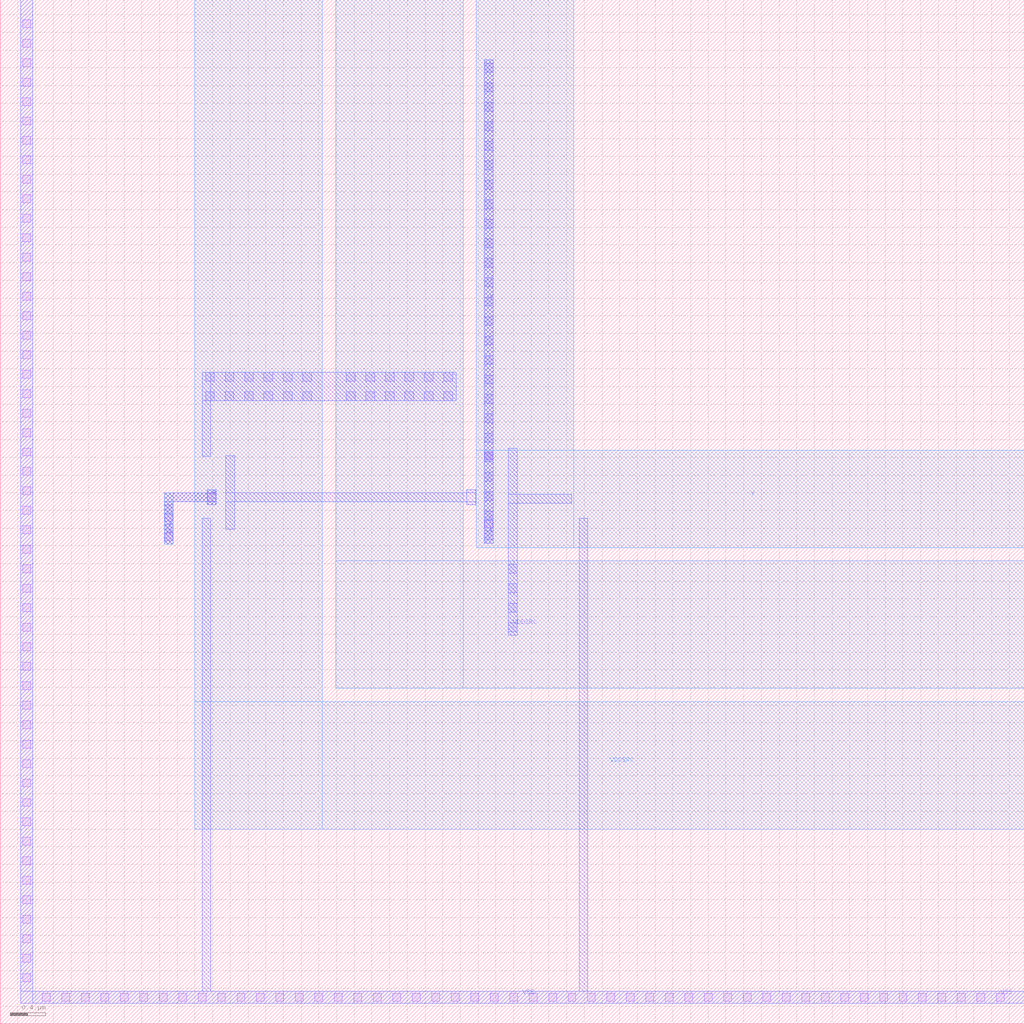
<source format=lef>
#------------------------------------------------------------------
# cs202_pgpsw.lef
# designed by FVD)DSIpj
#
# Rev. 3.0  2007/09/13  added DSIPGX2LBFC1, DSIPGX2LBFF1, DSIPGX2LBFJ1,
#                       DSIPGX2LBFL1, DSIPGX2LBFN1, DSIPGX2LCNRC2,
#                       DSIPGX2LPSRCS2, DSIPGX2LSPRCS2
#                       defined "SHAPE ABUTMENT" in each power pin
#                       GDS: cs202_pgpsw.gds(Rev. 3.0)
# Rev. 2.0  2007/07/04  added DSIPGX2LCNRC1
#                       GDS: cs202_pgpsw.gds(Rev. 2.0)
# Rev. 1.0  2007/06/15  new release
#                       GDS: cs202_pgpsw.gds(Rev. 1.0)
#------------------------------------------------------------------

VERSION 5.6 ;
BUSBITCHARS "[]" ;
DIVIDERCHAR "/" ;

SITE CORE1800
  CLASS CORE ;
  SYMMETRY Y ;
  SIZE 0.200 BY 1.800 ;
END CORE1800

SITE WCORE3600
  CLASS CORE ;
  SYMMETRY X Y ;
  SIZE 0.200 BY 3.600 ;
END WCORE3600

MACRO DSIPGX2LBFC1
  CLASS RING ;
  ORIGIN 0 0 ;
  FOREIGN DSIPGX2LBFC1 0 0 ;
  SIZE 11.57 BY 11.57 ;
  SYMMETRY X Y R90 ;
  PIN VSS
    DIRECTION INOUT ;
    USE GROUND ;
    SHAPE ABUTMENT ;
    PORT
      LAYER MET1 ;
        RECT 0.23 0.23 0.37 11.57 ;
        RECT 0.23 0.23 11.57 0.37 ;
      LAYER CUT01 ;
        RECT 0.255 11.255 0.345 11.345 ;
        RECT 0.255 11.035 0.345 11.125 ;
        RECT 0.255 10.815 0.345 10.905 ;
        RECT 0.255 10.595 0.345 10.685 ;
        RECT 0.255 10.375 0.345 10.465 ;
        RECT 0.255 10.155 0.345 10.245 ;
        RECT 0.255 9.935 0.345 10.025 ;
        RECT 0.255 9.715 0.345 9.805 ;
        RECT 0.255 9.495 0.345 9.585 ;
        RECT 0.255 9.275 0.345 9.365 ;
        RECT 0.255 9.055 0.345 9.145 ;
        RECT 0.255 8.835 0.345 8.925 ;
        RECT 0.255 8.615 0.345 8.705 ;
        RECT 0.255 8.395 0.345 8.485 ;
        RECT 0.255 8.175 0.345 8.265 ;
        RECT 0.255 7.955 0.345 8.045 ;
        RECT 0.255 7.735 0.345 7.825 ;
        RECT 0.255 7.515 0.345 7.605 ;
        RECT 0.255 7.295 0.345 7.385 ;
        RECT 0.255 7.075 0.345 7.165 ;
        RECT 0.255 6.855 0.345 6.945 ;
        RECT 0.255 6.635 0.345 6.725 ;
        RECT 0.255 6.415 0.345 6.505 ;
        RECT 0.255 6.195 0.345 6.285 ;
        RECT 0.255 5.975 0.345 6.065 ;
        RECT 0.255 5.755 0.345 5.845 ;
        RECT 0.255 5.535 0.345 5.625 ;
        RECT 0.255 5.315 0.345 5.405 ;
        RECT 0.255 5.095 0.345 5.185 ;
        RECT 0.255 4.875 0.345 4.965 ;
        RECT 0.255 4.655 0.345 4.745 ;
        RECT 0.255 4.435 0.345 4.525 ;
        RECT 0.255 4.215 0.345 4.305 ;
        RECT 0.255 3.995 0.345 4.085 ;
        RECT 0.255 3.775 0.345 3.865 ;
        RECT 0.255 3.555 0.345 3.645 ;
        RECT 0.255 3.335 0.345 3.425 ;
        RECT 0.255 3.115 0.345 3.205 ;
        RECT 0.255 2.895 0.345 2.985 ;
        RECT 0.255 2.675 0.345 2.765 ;
        RECT 0.255 2.455 0.345 2.545 ;
        RECT 0.255 2.235 0.345 2.325 ;
        RECT 0.255 2.015 0.345 2.105 ;
        RECT 0.255 1.795 0.345 1.885 ;
        RECT 0.255 1.575 0.345 1.665 ;
        RECT 0.255 1.355 0.345 1.445 ;
        RECT 0.255 1.135 0.345 1.225 ;
        RECT 0.255 0.915 0.345 1.005 ;
        RECT 0.255 0.695 0.345 0.785 ;
        RECT 0.255 0.475 0.345 0.565 ;
        RECT 0.475 0.255 0.565 0.345 ;
        RECT 0.695 0.255 0.785 0.345 ;
        RECT 0.915 0.255 1.005 0.345 ;
        RECT 1.135 0.255 1.225 0.345 ;
        RECT 1.355 0.255 1.445 0.345 ;
        RECT 1.575 0.255 1.665 0.345 ;
        RECT 1.795 0.255 1.885 0.345 ;
        RECT 2.015 0.255 2.105 0.345 ;
        RECT 2.235 0.255 2.325 0.345 ;
        RECT 2.455 0.255 2.545 0.345 ;
        RECT 2.675 0.255 2.765 0.345 ;
        RECT 2.895 0.255 2.985 0.345 ;
        RECT 3.115 0.255 3.205 0.345 ;
        RECT 3.335 0.255 3.425 0.345 ;
        RECT 3.555 0.255 3.645 0.345 ;
        RECT 3.775 0.255 3.865 0.345 ;
        RECT 3.995 0.255 4.085 0.345 ;
        RECT 4.215 0.255 4.305 0.345 ;
        RECT 4.435 0.255 4.525 0.345 ;
        RECT 4.655 0.255 4.745 0.345 ;
        RECT 4.875 0.255 4.965 0.345 ;
        RECT 5.095 0.255 5.185 0.345 ;
        RECT 5.315 0.255 5.405 0.345 ;
        RECT 5.535 0.255 5.625 0.345 ;
        RECT 5.755 0.255 5.845 0.345 ;
        RECT 5.975 0.255 6.065 0.345 ;
        RECT 6.195 0.255 6.285 0.345 ;
        RECT 6.415 0.255 6.505 0.345 ;
        RECT 6.635 0.255 6.725 0.345 ;
        RECT 6.855 0.255 6.945 0.345 ;
        RECT 7.075 0.255 7.165 0.345 ;
        RECT 7.295 0.255 7.385 0.345 ;
        RECT 7.515 0.255 7.605 0.345 ;
        RECT 7.735 0.255 7.825 0.345 ;
        RECT 7.955 0.255 8.045 0.345 ;
        RECT 8.175 0.255 8.265 0.345 ;
        RECT 8.395 0.255 8.485 0.345 ;
        RECT 8.615 0.255 8.705 0.345 ;
        RECT 8.835 0.255 8.925 0.345 ;
        RECT 9.055 0.255 9.145 0.345 ;
        RECT 9.275 0.255 9.365 0.345 ;
        RECT 9.495 0.255 9.585 0.345 ;
        RECT 9.715 0.255 9.805 0.345 ;
        RECT 9.935 0.255 10.025 0.345 ;
        RECT 10.155 0.255 10.245 0.345 ;
        RECT 10.375 0.255 10.465 0.345 ;
        RECT 10.595 0.255 10.685 0.345 ;
        RECT 10.815 0.255 10.905 0.345 ;
        RECT 11.035 0.255 11.125 0.345 ;
        RECT 11.255 0.255 11.345 0.345 ;
    END
  END VSS
  PIN A
    DIRECTION INPUT ;
    USE SIGNAL ;
      ANTENNAGATEAREA 0.036 LAYER MET1 ;
      ANTENNAGATEAREA 0.036 LAYER MET2 ;
    ANTENNAMAXCUTCAR 416.666667 LAYER CUT01 ;
    GROUNDSENSITIVITY VSS ;
    SUPPLYSENSITIVITY VDDSRC ;
    PORT
      LAYER CUT01 ;
        RECT 2.345 5.905 2.435 5.995 ;
      LAYER MET1 ;
        RECT 1.855 5.415 1.955 6 ;
        RECT 1.855 5.9 2.44 6 ;
        RECT 2.34 5.865 2.44 6.035 ;
      LAYER MET2 ;
        RECT 1.855 5.415 1.955 6 ;
      LAYER CUT12 ;
        RECT 1.855 5.765 1.955 5.865 ;
        RECT 1.855 5.545 1.955 5.645 ;
      LAYER CUT01 ;
        RECT 1.86 5.675 1.95 5.765 ;
        RECT 1.86 5.455 1.95 5.545 ;
    END
  END A
  PIN VDDSRC
    DIRECTION INOUT ;
    USE POWER ;
    SHAPE ABUTMENT ;
    PORT
      LAYER MET2 ;
        RECT 3.79 3.79 5.23 11.57 ;
        RECT 3.79 3.79 11.57 5.23 ;
        RECT 2.2 2.2 3.64 11.57 ;
        RECT 2.2 2.2 11.57 3.64 ;
      LAYER CUT12 ;
        RECT 2.32 7.26 2.42 7.36 ;
        RECT 2.32 7.04 2.42 7.14 ;
        RECT 2.54 7.26 2.64 7.36 ;
        RECT 2.54 7.04 2.64 7.14 ;
        RECT 2.76 7.26 2.86 7.36 ;
        RECT 2.76 7.04 2.86 7.14 ;
        RECT 2.98 7.26 3.08 7.36 ;
        RECT 2.98 7.04 3.08 7.14 ;
        RECT 3.2 7.26 3.3 7.36 ;
        RECT 3.2 7.04 3.3 7.14 ;
        RECT 3.42 7.26 3.52 7.36 ;
        RECT 3.42 7.04 3.52 7.14 ;
        RECT 3.91 7.26 4.01 7.36 ;
        RECT 3.91 7.04 4.01 7.14 ;
        RECT 4.13 7.26 4.23 7.36 ;
        RECT 4.13 7.04 4.23 7.14 ;
        RECT 4.35 7.26 4.45 7.36 ;
        RECT 4.35 7.04 4.45 7.14 ;
        RECT 4.57 7.26 4.67 7.36 ;
        RECT 4.57 7.04 4.67 7.14 ;
        RECT 4.79 7.26 4.89 7.36 ;
        RECT 4.79 7.04 4.89 7.14 ;
        RECT 5.01 7.26 5.11 7.36 ;
        RECT 5.01 7.04 5.11 7.14 ;
        RECT 5.74 5.09 5.84 5.19 ;
        RECT 5.74 4.87 5.84 4.97 ;
        RECT 5.74 4.65 5.84 4.75 ;
        RECT 5.74 4.43 5.84 4.53 ;
    END
  END VDDSRC
  PIN Y
    DIRECTION OUTPUT ;
    USE ANALOG ;
    ANTENNADIFFAREA 0.048 LAYER MET1 ;
    ANTENNADIFFAREA 0.048 LAYER MET2 ;
    PORT
      LAYER MET1 ;
        RECT 5.47 5.43 5.57 10.89 ;
      LAYER MET2 ;
        RECT 5.38 5.38 6.48 11.57 ;
        RECT 5.38 5.38 11.57 6.48 ;
      LAYER CUT12 ;
        RECT 5.47 10.75 5.57 10.85 ;
        RECT 5.47 10.53 5.57 10.63 ;
        RECT 5.47 10.31 5.57 10.41 ;
        RECT 5.47 10.09 5.57 10.19 ;
        RECT 5.47 9.87 5.57 9.97 ;
        RECT 5.47 9.65 5.57 9.75 ;
        RECT 5.47 9.43 5.57 9.53 ;
        RECT 5.47 9.21 5.57 9.31 ;
        RECT 5.47 8.99 5.57 9.09 ;
        RECT 5.47 8.77 5.57 8.87 ;
        RECT 5.47 8.55 5.57 8.65 ;
        RECT 5.47 8.33 5.57 8.43 ;
        RECT 5.47 8.11 5.57 8.21 ;
        RECT 5.47 7.89 5.57 7.99 ;
        RECT 5.47 7.67 5.57 7.77 ;
        RECT 5.47 7.45 5.57 7.55 ;
        RECT 5.47 7.23 5.57 7.33 ;
        RECT 5.47 7.01 5.57 7.11 ;
        RECT 5.47 6.79 5.57 6.89 ;
        RECT 5.47 6.57 5.57 6.67 ;
        RECT 5.47 6.35 5.57 6.45 ;
        RECT 5.47 6.13 5.57 6.23 ;
        RECT 5.47 5.91 5.57 6.01 ;
        RECT 5.47 5.69 5.57 5.79 ;
        RECT 5.47 5.47 5.57 5.57 ;
      LAYER CUT01 ;
        RECT 5.475 6.375 5.565 6.465 ;
        RECT 5.475 5.605 5.565 5.695 ;
    END
  END Y
  OBS
    LAYER MET1 ;
      RECT 2.28 0.37 2.38 5.71 ;
      RECT 1.855 5.415 1.955 6 ;
      RECT 1.855 5.9 2.44 6 ;
      RECT 2.34 5.865 2.44 6.035 ;
      RECT 2.28 6.41 2.38 7.36 ;
      RECT 2.28 7.04 5.15 7.36 ;
      RECT 2.55 5.9 5.37 6 ;
      RECT 5.27 5.865 5.37 6.035 ;
      RECT 2.55 5.59 2.65 6.42 ;
      RECT 5.47 5.43 5.57 10.89 ;
      RECT 5.74 5.88 6.46 5.98 ;
      RECT 5.74 4.39 5.84 6.505 ;
      RECT 6.54 0.37 6.64 5.71 ;
  END
END DSIPGX2LBFC1
MACRO DSIPGX2LBFF1
  CLASS RING ;
  ORIGIN 0 0 ;
  FOREIGN DSIPGX2LBFF1 0 0 ;
  SIZE 11.57 BY 11.57 ;
  SYMMETRY X Y R90 ;
  PIN VSS
    DIRECTION INOUT ;
    USE GROUND ;
    SHAPE ABUTMENT ;
    PORT
      LAYER MET1 ;
        RECT 0.23 0.23 0.37 11.57 ;
        RECT 0.23 0.23 11.57 0.37 ;
      LAYER CUT01 ;
        RECT 0.255 11.255 0.345 11.345 ;
        RECT 0.255 11.035 0.345 11.125 ;
        RECT 0.255 10.815 0.345 10.905 ;
        RECT 0.255 10.595 0.345 10.685 ;
        RECT 0.255 10.375 0.345 10.465 ;
        RECT 0.255 10.155 0.345 10.245 ;
        RECT 0.255 9.935 0.345 10.025 ;
        RECT 0.255 9.715 0.345 9.805 ;
        RECT 0.255 9.495 0.345 9.585 ;
        RECT 0.255 9.275 0.345 9.365 ;
        RECT 0.255 9.055 0.345 9.145 ;
        RECT 0.255 8.835 0.345 8.925 ;
        RECT 0.255 8.615 0.345 8.705 ;
        RECT 0.255 8.395 0.345 8.485 ;
        RECT 0.255 8.175 0.345 8.265 ;
        RECT 0.255 7.955 0.345 8.045 ;
        RECT 0.255 7.735 0.345 7.825 ;
        RECT 0.255 7.515 0.345 7.605 ;
        RECT 0.255 7.295 0.345 7.385 ;
        RECT 0.255 7.075 0.345 7.165 ;
        RECT 0.255 6.855 0.345 6.945 ;
        RECT 0.255 6.635 0.345 6.725 ;
        RECT 0.255 6.415 0.345 6.505 ;
        RECT 0.255 6.195 0.345 6.285 ;
        RECT 0.255 5.975 0.345 6.065 ;
        RECT 0.255 5.755 0.345 5.845 ;
        RECT 0.255 5.535 0.345 5.625 ;
        RECT 0.255 5.315 0.345 5.405 ;
        RECT 0.255 5.095 0.345 5.185 ;
        RECT 0.255 4.875 0.345 4.965 ;
        RECT 0.255 4.655 0.345 4.745 ;
        RECT 0.255 4.435 0.345 4.525 ;
        RECT 0.255 4.215 0.345 4.305 ;
        RECT 0.255 3.995 0.345 4.085 ;
        RECT 0.255 3.775 0.345 3.865 ;
        RECT 0.255 3.555 0.345 3.645 ;
        RECT 0.255 3.335 0.345 3.425 ;
        RECT 0.255 3.115 0.345 3.205 ;
        RECT 0.255 2.895 0.345 2.985 ;
        RECT 0.255 2.675 0.345 2.765 ;
        RECT 0.255 2.455 0.345 2.545 ;
        RECT 0.255 2.235 0.345 2.325 ;
        RECT 0.255 2.015 0.345 2.105 ;
        RECT 0.255 1.795 0.345 1.885 ;
        RECT 0.255 1.575 0.345 1.665 ;
        RECT 0.255 1.355 0.345 1.445 ;
        RECT 0.255 1.135 0.345 1.225 ;
        RECT 0.255 0.915 0.345 1.005 ;
        RECT 0.255 0.695 0.345 0.785 ;
        RECT 0.255 0.475 0.345 0.565 ;
        RECT 0.475 0.255 0.565 0.345 ;
        RECT 0.695 0.255 0.785 0.345 ;
        RECT 0.915 0.255 1.005 0.345 ;
        RECT 1.135 0.255 1.225 0.345 ;
        RECT 1.355 0.255 1.445 0.345 ;
        RECT 1.575 0.255 1.665 0.345 ;
        RECT 1.795 0.255 1.885 0.345 ;
        RECT 2.015 0.255 2.105 0.345 ;
        RECT 2.235 0.255 2.325 0.345 ;
        RECT 2.455 0.255 2.545 0.345 ;
        RECT 2.675 0.255 2.765 0.345 ;
        RECT 2.895 0.255 2.985 0.345 ;
        RECT 3.115 0.255 3.205 0.345 ;
        RECT 3.335 0.255 3.425 0.345 ;
        RECT 3.555 0.255 3.645 0.345 ;
        RECT 3.775 0.255 3.865 0.345 ;
        RECT 3.995 0.255 4.085 0.345 ;
        RECT 4.215 0.255 4.305 0.345 ;
        RECT 4.435 0.255 4.525 0.345 ;
        RECT 4.655 0.255 4.745 0.345 ;
        RECT 4.875 0.255 4.965 0.345 ;
        RECT 5.095 0.255 5.185 0.345 ;
        RECT 5.315 0.255 5.405 0.345 ;
        RECT 5.535 0.255 5.625 0.345 ;
        RECT 5.755 0.255 5.845 0.345 ;
        RECT 5.975 0.255 6.065 0.345 ;
        RECT 6.195 0.255 6.285 0.345 ;
        RECT 6.415 0.255 6.505 0.345 ;
        RECT 6.635 0.255 6.725 0.345 ;
        RECT 6.855 0.255 6.945 0.345 ;
        RECT 7.075 0.255 7.165 0.345 ;
        RECT 7.295 0.255 7.385 0.345 ;
        RECT 7.515 0.255 7.605 0.345 ;
        RECT 7.735 0.255 7.825 0.345 ;
        RECT 7.955 0.255 8.045 0.345 ;
        RECT 8.175 0.255 8.265 0.345 ;
        RECT 8.395 0.255 8.485 0.345 ;
        RECT 8.615 0.255 8.705 0.345 ;
        RECT 8.835 0.255 8.925 0.345 ;
        RECT 9.055 0.255 9.145 0.345 ;
        RECT 9.275 0.255 9.365 0.345 ;
        RECT 9.495 0.255 9.585 0.345 ;
        RECT 9.715 0.255 9.805 0.345 ;
        RECT 9.935 0.255 10.025 0.345 ;
        RECT 10.155 0.255 10.245 0.345 ;
        RECT 10.375 0.255 10.465 0.345 ;
        RECT 10.595 0.255 10.685 0.345 ;
        RECT 10.815 0.255 10.905 0.345 ;
        RECT 11.035 0.255 11.125 0.345 ;
        RECT 11.255 0.255 11.345 0.345 ;
    END
  END VSS
  PIN A
    DIRECTION INPUT ;
    USE SIGNAL ;
      ANTENNAGATEAREA 0.036 LAYER MET1 ;
      ANTENNAGATEAREA 0.036 LAYER MET2 ;
    ANTENNAMAXCUTCAR 416.666667 LAYER CUT01 ;
    GROUNDSENSITIVITY VSS ;
    SUPPLYSENSITIVITY VDDSRC ;
    PORT
      LAYER MET1 ;
        RECT 1.855 5.415 1.955 6 ;
        RECT 1.855 5.9 2.44 6 ;
        RECT 2.34 5.865 2.44 6.035 ;
      LAYER MET2 ;
        RECT 1.855 5.415 1.955 6 ;
      LAYER CUT12 ;
        RECT 1.855 5.765 1.955 5.865 ;
        RECT 1.855 5.545 1.955 5.645 ;
      LAYER CUT01 ;
        RECT 1.86 5.675 1.95 5.765 ;
        RECT 1.86 5.455 1.95 5.545 ;
        RECT 2.345 5.905 2.435 5.995 ;
    END
  END A
  PIN VDDSRC
    DIRECTION INOUT ;
    USE POWER ;
    SHAPE ABUTMENT ;
    PORT
      LAYER MET2 ;
        RECT 3.79 3.79 5.23 11.57 ;
        RECT 3.79 3.79 11.57 5.23 ;
        RECT 2.2 2.2 3.64 11.57 ;
        RECT 2.2 2.2 11.57 3.64 ;
      LAYER CUT12 ;
        RECT 2.32 7.26 2.42 7.36 ;
        RECT 2.32 7.04 2.42 7.14 ;
        RECT 2.54 7.26 2.64 7.36 ;
        RECT 2.54 7.04 2.64 7.14 ;
        RECT 2.76 7.26 2.86 7.36 ;
        RECT 2.76 7.04 2.86 7.14 ;
        RECT 2.98 7.26 3.08 7.36 ;
        RECT 2.98 7.04 3.08 7.14 ;
        RECT 3.2 7.26 3.3 7.36 ;
        RECT 3.2 7.04 3.3 7.14 ;
        RECT 3.42 7.26 3.52 7.36 ;
        RECT 3.42 7.04 3.52 7.14 ;
        RECT 3.91 7.26 4.01 7.36 ;
        RECT 3.91 7.04 4.01 7.14 ;
        RECT 4.13 7.26 4.23 7.36 ;
        RECT 4.13 7.04 4.23 7.14 ;
        RECT 4.35 7.26 4.45 7.36 ;
        RECT 4.35 7.04 4.45 7.14 ;
        RECT 4.57 7.26 4.67 7.36 ;
        RECT 4.57 7.04 4.67 7.14 ;
        RECT 4.79 7.26 4.89 7.36 ;
        RECT 4.79 7.04 4.89 7.14 ;
        RECT 5.01 7.26 5.11 7.36 ;
        RECT 5.01 7.04 5.11 7.14 ;
        RECT 5.74 5.09 5.84 5.19 ;
        RECT 5.74 4.87 5.84 4.97 ;
        RECT 5.74 4.65 5.84 4.75 ;
        RECT 5.74 4.43 5.84 4.53 ;
    END
  END VDDSRC
  PIN Y
    DIRECTION OUTPUT ;
    USE ANALOG ;
    ANTENNADIFFAREA 0.048 LAYER MET1 ;
    ANTENNADIFFAREA 0.048 LAYER MET2 ;
    PORT
      LAYER MET1 ;
        RECT 5.47 5.43 5.57 10.89 ;
      LAYER MET2 ;
        RECT 5.38 5.38 6.48 11.57 ;
        RECT 5.38 5.38 11.57 6.48 ;
      LAYER CUT12 ;
        RECT 5.47 10.75 5.57 10.85 ;
        RECT 5.47 10.53 5.57 10.63 ;
        RECT 5.47 10.31 5.57 10.41 ;
        RECT 5.47 10.09 5.57 10.19 ;
        RECT 5.47 9.87 5.57 9.97 ;
        RECT 5.47 9.65 5.57 9.75 ;
        RECT 5.47 9.43 5.57 9.53 ;
        RECT 5.47 9.21 5.57 9.31 ;
        RECT 5.47 8.99 5.57 9.09 ;
        RECT 5.47 8.77 5.57 8.87 ;
        RECT 5.47 8.55 5.57 8.65 ;
        RECT 5.47 8.33 5.57 8.43 ;
        RECT 5.47 8.11 5.57 8.21 ;
        RECT 5.47 7.89 5.57 7.99 ;
        RECT 5.47 7.67 5.57 7.77 ;
        RECT 5.47 7.45 5.57 7.55 ;
        RECT 5.47 7.23 5.57 7.33 ;
        RECT 5.47 7.01 5.57 7.11 ;
        RECT 5.47 6.79 5.57 6.89 ;
        RECT 5.47 6.57 5.57 6.67 ;
        RECT 5.47 6.35 5.57 6.45 ;
        RECT 5.47 6.13 5.57 6.23 ;
        RECT 5.47 5.91 5.57 6.01 ;
        RECT 5.47 5.69 5.57 5.79 ;
        RECT 5.47 5.47 5.57 5.57 ;
      LAYER CUT01 ;
        RECT 5.475 6.375 5.565 6.465 ;
        RECT 5.475 5.605 5.565 5.695 ;
    END
  END Y
  OBS
    LAYER MET1 ;
      RECT 2.28 0.37 2.38 5.71 ;
      RECT 1.855 5.415 1.955 6 ;
      RECT 1.855 5.9 2.44 6 ;
      RECT 2.34 5.865 2.44 6.035 ;
      RECT 2.28 6.41 2.38 7.36 ;
      RECT 2.28 7.04 5.15 7.36 ;
      RECT 2.55 5.9 5.37 6 ;
      RECT 5.27 5.865 5.37 6.035 ;
      RECT 2.55 5.59 2.65 6.42 ;
      RECT 5.47 5.43 5.57 10.89 ;
      RECT 5.74 5.88 6.04 5.98 ;
      RECT 5.74 4.39 5.84 6.505 ;
      RECT 6.14 0.37 6.24 5.71 ;
  END
END DSIPGX2LBFF1
MACRO DSIPGX2LBFJ1
  CLASS RING ;
  ORIGIN 0 0 ;
  FOREIGN DSIPGX2LBFJ1 0 0 ;
  SIZE 11.57 BY 11.57 ;
  SYMMETRY X Y R90 ;
  PIN VSS
    DIRECTION INOUT ;
    USE GROUND ;
    SHAPE ABUTMENT ;
    PORT
      LAYER MET1 ;
        RECT 0.23 0.23 0.37 11.57 ;
        RECT 0.23 0.23 11.57 0.37 ;
      LAYER CUT01 ;
        RECT 0.255 11.255 0.345 11.345 ;
        RECT 0.255 11.035 0.345 11.125 ;
        RECT 0.255 10.815 0.345 10.905 ;
        RECT 0.255 10.595 0.345 10.685 ;
        RECT 0.255 10.375 0.345 10.465 ;
        RECT 0.255 10.155 0.345 10.245 ;
        RECT 0.255 9.935 0.345 10.025 ;
        RECT 0.255 9.715 0.345 9.805 ;
        RECT 0.255 9.495 0.345 9.585 ;
        RECT 0.255 9.275 0.345 9.365 ;
        RECT 0.255 9.055 0.345 9.145 ;
        RECT 0.255 8.835 0.345 8.925 ;
        RECT 0.255 8.615 0.345 8.705 ;
        RECT 0.255 8.395 0.345 8.485 ;
        RECT 0.255 8.175 0.345 8.265 ;
        RECT 0.255 7.955 0.345 8.045 ;
        RECT 0.255 7.735 0.345 7.825 ;
        RECT 0.255 7.515 0.345 7.605 ;
        RECT 0.255 7.295 0.345 7.385 ;
        RECT 0.255 7.075 0.345 7.165 ;
        RECT 0.255 6.855 0.345 6.945 ;
        RECT 0.255 6.635 0.345 6.725 ;
        RECT 0.255 6.415 0.345 6.505 ;
        RECT 0.255 6.195 0.345 6.285 ;
        RECT 0.255 5.975 0.345 6.065 ;
        RECT 0.255 5.755 0.345 5.845 ;
        RECT 0.255 5.535 0.345 5.625 ;
        RECT 0.255 5.315 0.345 5.405 ;
        RECT 0.255 5.095 0.345 5.185 ;
        RECT 0.255 4.875 0.345 4.965 ;
        RECT 0.255 4.655 0.345 4.745 ;
        RECT 0.255 4.435 0.345 4.525 ;
        RECT 0.255 4.215 0.345 4.305 ;
        RECT 0.255 3.995 0.345 4.085 ;
        RECT 0.255 3.775 0.345 3.865 ;
        RECT 0.255 3.555 0.345 3.645 ;
        RECT 0.255 3.335 0.345 3.425 ;
        RECT 0.255 3.115 0.345 3.205 ;
        RECT 0.255 2.895 0.345 2.985 ;
        RECT 0.255 2.675 0.345 2.765 ;
        RECT 0.255 2.455 0.345 2.545 ;
        RECT 0.255 2.235 0.345 2.325 ;
        RECT 0.255 2.015 0.345 2.105 ;
        RECT 0.255 1.795 0.345 1.885 ;
        RECT 0.255 1.575 0.345 1.665 ;
        RECT 0.255 1.355 0.345 1.445 ;
        RECT 0.255 1.135 0.345 1.225 ;
        RECT 0.255 0.915 0.345 1.005 ;
        RECT 0.255 0.695 0.345 0.785 ;
        RECT 0.255 0.475 0.345 0.565 ;
        RECT 0.475 0.255 0.565 0.345 ;
        RECT 0.695 0.255 0.785 0.345 ;
        RECT 0.915 0.255 1.005 0.345 ;
        RECT 1.135 0.255 1.225 0.345 ;
        RECT 1.355 0.255 1.445 0.345 ;
        RECT 1.575 0.255 1.665 0.345 ;
        RECT 1.795 0.255 1.885 0.345 ;
        RECT 2.015 0.255 2.105 0.345 ;
        RECT 2.235 0.255 2.325 0.345 ;
        RECT 2.455 0.255 2.545 0.345 ;
        RECT 2.675 0.255 2.765 0.345 ;
        RECT 2.895 0.255 2.985 0.345 ;
        RECT 3.115 0.255 3.205 0.345 ;
        RECT 3.335 0.255 3.425 0.345 ;
        RECT 3.555 0.255 3.645 0.345 ;
        RECT 3.775 0.255 3.865 0.345 ;
        RECT 3.995 0.255 4.085 0.345 ;
        RECT 4.215 0.255 4.305 0.345 ;
        RECT 4.435 0.255 4.525 0.345 ;
        RECT 4.655 0.255 4.745 0.345 ;
        RECT 4.875 0.255 4.965 0.345 ;
        RECT 5.095 0.255 5.185 0.345 ;
        RECT 5.315 0.255 5.405 0.345 ;
        RECT 5.535 0.255 5.625 0.345 ;
        RECT 5.755 0.255 5.845 0.345 ;
        RECT 5.975 0.255 6.065 0.345 ;
        RECT 6.195 0.255 6.285 0.345 ;
        RECT 6.415 0.255 6.505 0.345 ;
        RECT 6.635 0.255 6.725 0.345 ;
        RECT 6.855 0.255 6.945 0.345 ;
        RECT 7.075 0.255 7.165 0.345 ;
        RECT 7.295 0.255 7.385 0.345 ;
        RECT 7.515 0.255 7.605 0.345 ;
        RECT 7.735 0.255 7.825 0.345 ;
        RECT 7.955 0.255 8.045 0.345 ;
        RECT 8.175 0.255 8.265 0.345 ;
        RECT 8.395 0.255 8.485 0.345 ;
        RECT 8.615 0.255 8.705 0.345 ;
        RECT 8.835 0.255 8.925 0.345 ;
        RECT 9.055 0.255 9.145 0.345 ;
        RECT 9.275 0.255 9.365 0.345 ;
        RECT 9.495 0.255 9.585 0.345 ;
        RECT 9.715 0.255 9.805 0.345 ;
        RECT 9.935 0.255 10.025 0.345 ;
        RECT 10.155 0.255 10.245 0.345 ;
        RECT 10.375 0.255 10.465 0.345 ;
        RECT 10.595 0.255 10.685 0.345 ;
        RECT 10.815 0.255 10.905 0.345 ;
        RECT 11.035 0.255 11.125 0.345 ;
        RECT 11.255 0.255 11.345 0.345 ;
    END
  END VSS
  PIN A
    DIRECTION INPUT ;
    USE SIGNAL ;
      ANTENNAGATEAREA 0.036 LAYER MET1 ;
      ANTENNAGATEAREA 0.036 LAYER MET2 ;
    ANTENNAMAXCUTCAR 416.666667 LAYER CUT01 ;
    GROUNDSENSITIVITY VSS ;
    SUPPLYSENSITIVITY VDDSRC ;
    PORT
      LAYER MET1 ;
        RECT 1.855 5.415 1.955 6 ;
        RECT 1.855 5.9 2.44 6 ;
        RECT 2.34 5.865 2.44 6.035 ;
      LAYER MET2 ;
        RECT 1.855 5.415 1.955 6 ;
      LAYER CUT12 ;
        RECT 1.855 5.765 1.955 5.865 ;
        RECT 1.855 5.545 1.955 5.645 ;
      LAYER CUT01 ;
        RECT 1.86 5.675 1.95 5.765 ;
        RECT 1.86 5.455 1.95 5.545 ;
        RECT 2.345 5.905 2.435 5.995 ;
    END
  END A
  PIN VDDSRC
    DIRECTION INOUT ;
    USE POWER ;
    SHAPE ABUTMENT ;
    PORT
      LAYER MET2 ;
        RECT 3.79 3.79 5.23 11.57 ;
        RECT 3.79 3.79 11.57 5.23 ;
        RECT 2.2 2.2 3.64 11.57 ;
        RECT 2.2 2.2 11.57 3.64 ;
      LAYER CUT12 ;
        RECT 2.32 7.26 2.42 7.36 ;
        RECT 2.32 7.04 2.42 7.14 ;
        RECT 2.54 7.26 2.64 7.36 ;
        RECT 2.54 7.04 2.64 7.14 ;
        RECT 2.76 7.26 2.86 7.36 ;
        RECT 2.76 7.04 2.86 7.14 ;
        RECT 2.98 7.26 3.08 7.36 ;
        RECT 2.98 7.04 3.08 7.14 ;
        RECT 3.2 7.26 3.3 7.36 ;
        RECT 3.2 7.04 3.3 7.14 ;
        RECT 3.42 7.26 3.52 7.36 ;
        RECT 3.42 7.04 3.52 7.14 ;
        RECT 3.91 7.26 4.01 7.36 ;
        RECT 3.91 7.04 4.01 7.14 ;
        RECT 4.13 7.26 4.23 7.36 ;
        RECT 4.13 7.04 4.23 7.14 ;
        RECT 4.35 7.26 4.45 7.36 ;
        RECT 4.35 7.04 4.45 7.14 ;
        RECT 4.57 7.26 4.67 7.36 ;
        RECT 4.57 7.04 4.67 7.14 ;
        RECT 4.79 7.26 4.89 7.36 ;
        RECT 4.79 7.04 4.89 7.14 ;
        RECT 5.01 7.26 5.11 7.36 ;
        RECT 5.01 7.04 5.11 7.14 ;
        RECT 6.04 5.09 6.14 5.19 ;
        RECT 6.04 4.87 6.14 4.97 ;
        RECT 6.04 4.65 6.14 4.75 ;
        RECT 6.04 4.43 6.14 4.53 ;
    END
  END VDDSRC
  PIN Y
    DIRECTION OUTPUT ;
    USE ANALOG ;
    ANTENNADIFFAREA 0.048 LAYER MET1 ;
    ANTENNADIFFAREA 0.048 LAYER MET2 ;
    PORT
      LAYER MET1 ;
        RECT 5.47 5.43 5.57 10.89 ;
      LAYER MET2 ;
        RECT 5.38 5.38 6.48 11.57 ;
        RECT 5.38 5.38 11.57 6.48 ;
      LAYER CUT12 ;
        RECT 5.47 10.75 5.57 10.85 ;
        RECT 5.47 10.53 5.57 10.63 ;
        RECT 5.47 10.31 5.57 10.41 ;
        RECT 5.47 10.09 5.57 10.19 ;
        RECT 5.47 9.87 5.57 9.97 ;
        RECT 5.47 9.65 5.57 9.75 ;
        RECT 5.47 9.43 5.57 9.53 ;
        RECT 5.47 9.21 5.57 9.31 ;
        RECT 5.47 8.99 5.57 9.09 ;
        RECT 5.47 8.77 5.57 8.87 ;
        RECT 5.47 8.55 5.57 8.65 ;
        RECT 5.47 8.33 5.57 8.43 ;
        RECT 5.47 8.11 5.57 8.21 ;
        RECT 5.47 7.89 5.57 7.99 ;
        RECT 5.47 7.67 5.57 7.77 ;
        RECT 5.47 7.45 5.57 7.55 ;
        RECT 5.47 7.23 5.57 7.33 ;
        RECT 5.47 7.01 5.57 7.11 ;
        RECT 5.47 6.79 5.57 6.89 ;
        RECT 5.47 6.57 5.57 6.67 ;
        RECT 5.47 6.35 5.57 6.45 ;
        RECT 5.47 6.13 5.57 6.23 ;
        RECT 5.47 5.91 5.57 6.01 ;
        RECT 5.47 5.69 5.57 5.79 ;
        RECT 5.47 5.47 5.57 5.57 ;
      LAYER CUT01 ;
        RECT 5.475 6.375 5.565 6.465 ;
        RECT 5.475 5.605 5.565 5.695 ;
    END
  END Y
  OBS
    LAYER MET1 ;
      RECT 2.28 0.37 2.38 5.71 ;
      RECT 1.855 5.415 1.955 6 ;
      RECT 1.855 5.9 2.44 6 ;
      RECT 2.34 5.865 2.44 6.035 ;
      RECT 2.28 6.41 2.38 7.36 ;
      RECT 2.28 7.04 5.15 7.36 ;
      RECT 2.55 5.9 5.37 6 ;
      RECT 5.27 5.865 5.37 6.035 ;
      RECT 2.55 5.59 2.65 6.42 ;
      RECT 5.47 5.43 5.57 10.89 ;
      RECT 5.74 0.37 5.84 5.71 ;
      RECT 6.04 4.39 6.14 6 ;
      RECT 5.74 5.9 6.14 6 ;
      RECT 5.74 5.9 5.84 6.505 ;
  END
END DSIPGX2LBFJ1
MACRO DSIPGX2LBFL1
  CLASS RING ;
  ORIGIN 0 0 ;
  FOREIGN DSIPGX2LBFL1 0 0 ;
  SIZE 11.57 BY 11.57 ;
  SYMMETRY X Y R90 ;
  PIN VSS
    DIRECTION INOUT ;
    USE GROUND ;
    SHAPE ABUTMENT ;
    PORT
      LAYER MET1 ;
        RECT 0.23 0.23 0.37 11.57 ;
        RECT 0.23 0.23 11.57 0.37 ;
      LAYER CUT01 ;
        RECT 0.255 11.255 0.345 11.345 ;
        RECT 0.255 11.035 0.345 11.125 ;
        RECT 0.255 10.815 0.345 10.905 ;
        RECT 0.255 10.595 0.345 10.685 ;
        RECT 0.255 10.375 0.345 10.465 ;
        RECT 0.255 10.155 0.345 10.245 ;
        RECT 0.255 9.935 0.345 10.025 ;
        RECT 0.255 9.715 0.345 9.805 ;
        RECT 0.255 9.495 0.345 9.585 ;
        RECT 0.255 9.275 0.345 9.365 ;
        RECT 0.255 9.055 0.345 9.145 ;
        RECT 0.255 8.835 0.345 8.925 ;
        RECT 0.255 8.615 0.345 8.705 ;
        RECT 0.255 8.395 0.345 8.485 ;
        RECT 0.255 8.175 0.345 8.265 ;
        RECT 0.255 7.955 0.345 8.045 ;
        RECT 0.255 7.735 0.345 7.825 ;
        RECT 0.255 7.515 0.345 7.605 ;
        RECT 0.255 7.295 0.345 7.385 ;
        RECT 0.255 7.075 0.345 7.165 ;
        RECT 0.255 6.855 0.345 6.945 ;
        RECT 0.255 6.635 0.345 6.725 ;
        RECT 0.255 6.415 0.345 6.505 ;
        RECT 0.255 6.195 0.345 6.285 ;
        RECT 0.255 5.975 0.345 6.065 ;
        RECT 0.255 5.755 0.345 5.845 ;
        RECT 0.255 5.535 0.345 5.625 ;
        RECT 0.255 5.315 0.345 5.405 ;
        RECT 0.255 5.095 0.345 5.185 ;
        RECT 0.255 4.875 0.345 4.965 ;
        RECT 0.255 4.655 0.345 4.745 ;
        RECT 0.255 4.435 0.345 4.525 ;
        RECT 0.255 4.215 0.345 4.305 ;
        RECT 0.255 3.995 0.345 4.085 ;
        RECT 0.255 3.775 0.345 3.865 ;
        RECT 0.255 3.555 0.345 3.645 ;
        RECT 0.255 3.335 0.345 3.425 ;
        RECT 0.255 3.115 0.345 3.205 ;
        RECT 0.255 2.895 0.345 2.985 ;
        RECT 0.255 2.675 0.345 2.765 ;
        RECT 0.255 2.455 0.345 2.545 ;
        RECT 0.255 2.235 0.345 2.325 ;
        RECT 0.255 2.015 0.345 2.105 ;
        RECT 0.255 1.795 0.345 1.885 ;
        RECT 0.255 1.575 0.345 1.665 ;
        RECT 0.255 1.355 0.345 1.445 ;
        RECT 0.255 1.135 0.345 1.225 ;
        RECT 0.255 0.915 0.345 1.005 ;
        RECT 0.255 0.695 0.345 0.785 ;
        RECT 0.255 0.475 0.345 0.565 ;
        RECT 0.475 0.255 0.565 0.345 ;
        RECT 0.695 0.255 0.785 0.345 ;
        RECT 0.915 0.255 1.005 0.345 ;
        RECT 1.135 0.255 1.225 0.345 ;
        RECT 1.355 0.255 1.445 0.345 ;
        RECT 1.575 0.255 1.665 0.345 ;
        RECT 1.795 0.255 1.885 0.345 ;
        RECT 2.015 0.255 2.105 0.345 ;
        RECT 2.235 0.255 2.325 0.345 ;
        RECT 2.455 0.255 2.545 0.345 ;
        RECT 2.675 0.255 2.765 0.345 ;
        RECT 2.895 0.255 2.985 0.345 ;
        RECT 3.115 0.255 3.205 0.345 ;
        RECT 3.335 0.255 3.425 0.345 ;
        RECT 3.555 0.255 3.645 0.345 ;
        RECT 3.775 0.255 3.865 0.345 ;
        RECT 3.995 0.255 4.085 0.345 ;
        RECT 4.215 0.255 4.305 0.345 ;
        RECT 4.435 0.255 4.525 0.345 ;
        RECT 4.655 0.255 4.745 0.345 ;
        RECT 4.875 0.255 4.965 0.345 ;
        RECT 5.095 0.255 5.185 0.345 ;
        RECT 5.315 0.255 5.405 0.345 ;
        RECT 5.535 0.255 5.625 0.345 ;
        RECT 5.755 0.255 5.845 0.345 ;
        RECT 5.975 0.255 6.065 0.345 ;
        RECT 6.195 0.255 6.285 0.345 ;
        RECT 6.415 0.255 6.505 0.345 ;
        RECT 6.635 0.255 6.725 0.345 ;
        RECT 6.855 0.255 6.945 0.345 ;
        RECT 7.075 0.255 7.165 0.345 ;
        RECT 7.295 0.255 7.385 0.345 ;
        RECT 7.515 0.255 7.605 0.345 ;
        RECT 7.735 0.255 7.825 0.345 ;
        RECT 7.955 0.255 8.045 0.345 ;
        RECT 8.175 0.255 8.265 0.345 ;
        RECT 8.395 0.255 8.485 0.345 ;
        RECT 8.615 0.255 8.705 0.345 ;
        RECT 8.835 0.255 8.925 0.345 ;
        RECT 9.055 0.255 9.145 0.345 ;
        RECT 9.275 0.255 9.365 0.345 ;
        RECT 9.495 0.255 9.585 0.345 ;
        RECT 9.715 0.255 9.805 0.345 ;
        RECT 9.935 0.255 10.025 0.345 ;
        RECT 10.155 0.255 10.245 0.345 ;
        RECT 10.375 0.255 10.465 0.345 ;
        RECT 10.595 0.255 10.685 0.345 ;
        RECT 10.815 0.255 10.905 0.345 ;
        RECT 11.035 0.255 11.125 0.345 ;
        RECT 11.255 0.255 11.345 0.345 ;
    END
  END VSS
  PIN A
    DIRECTION INPUT ;
    USE SIGNAL ;
      ANTENNAGATEAREA 0.036 LAYER MET1 ;
      ANTENNAGATEAREA 0.036 LAYER MET2 ;
    ANTENNAMAXCUTCAR 416.666667 LAYER CUT01 ;
    GROUNDSENSITIVITY VSS ;
    SUPPLYSENSITIVITY VDDSRC ;
    PORT
      LAYER MET1 ;
        RECT 1.855 5.415 1.955 6 ;
        RECT 1.855 5.9 2.44 6 ;
        RECT 2.34 5.865 2.44 6.035 ;
      LAYER MET2 ;
        RECT 1.855 5.415 1.955 6 ;
      LAYER CUT12 ;
        RECT 1.855 5.765 1.955 5.865 ;
        RECT 1.855 5.545 1.955 5.645 ;
      LAYER CUT01 ;
        RECT 1.86 5.675 1.95 5.765 ;
        RECT 1.86 5.455 1.95 5.545 ;
        RECT 2.345 5.905 2.435 5.995 ;
    END
  END A
  PIN VDDSRC
    DIRECTION INOUT ;
    USE POWER ;
    SHAPE ABUTMENT ;
    PORT
      LAYER MET2 ;
        RECT 3.79 3.79 5.23 11.57 ;
        RECT 3.79 3.79 11.57 5.23 ;
        RECT 2.2 2.2 3.64 11.57 ;
        RECT 2.2 2.2 11.57 3.64 ;
      LAYER CUT12 ;
        RECT 2.32 7.26 2.42 7.36 ;
        RECT 2.32 7.04 2.42 7.14 ;
        RECT 2.54 7.26 2.64 7.36 ;
        RECT 2.54 7.04 2.64 7.14 ;
        RECT 2.76 7.26 2.86 7.36 ;
        RECT 2.76 7.04 2.86 7.14 ;
        RECT 2.98 7.26 3.08 7.36 ;
        RECT 2.98 7.04 3.08 7.14 ;
        RECT 3.2 7.26 3.3 7.36 ;
        RECT 3.2 7.04 3.3 7.14 ;
        RECT 3.42 7.26 3.52 7.36 ;
        RECT 3.42 7.04 3.52 7.14 ;
        RECT 3.91 7.26 4.01 7.36 ;
        RECT 3.91 7.04 4.01 7.14 ;
        RECT 4.13 7.26 4.23 7.36 ;
        RECT 4.13 7.04 4.23 7.14 ;
        RECT 4.35 7.26 4.45 7.36 ;
        RECT 4.35 7.04 4.45 7.14 ;
        RECT 4.57 7.26 4.67 7.36 ;
        RECT 4.57 7.04 4.67 7.14 ;
        RECT 4.79 7.26 4.89 7.36 ;
        RECT 4.79 7.04 4.89 7.14 ;
        RECT 5.01 7.26 5.11 7.36 ;
        RECT 5.01 7.04 5.11 7.14 ;
        RECT 6.04 5.09 6.14 5.19 ;
        RECT 6.04 4.87 6.14 4.97 ;
        RECT 6.04 4.65 6.14 4.75 ;
        RECT 6.04 4.43 6.14 4.53 ;
    END
  END VDDSRC
  PIN Y
    DIRECTION OUTPUT ;
    USE ANALOG ;
    ANTENNADIFFAREA 0.0744 LAYER MET1 ;
    ANTENNADIFFAREA 0.0744 LAYER MET2 ;
    PORT
      LAYER MET1 ;
        RECT 5.47 5.37 5.57 10.89 ;
      LAYER MET2 ;
        RECT 5.38 5.38 6.48 11.57 ;
        RECT 5.38 5.38 11.57 6.48 ;
      LAYER CUT12 ;
        RECT 5.47 10.75 5.57 10.85 ;
        RECT 5.47 10.53 5.57 10.63 ;
        RECT 5.47 10.31 5.57 10.41 ;
        RECT 5.47 10.09 5.57 10.19 ;
        RECT 5.47 9.87 5.57 9.97 ;
        RECT 5.47 9.65 5.57 9.75 ;
        RECT 5.47 9.43 5.57 9.53 ;
        RECT 5.47 9.21 5.57 9.31 ;
        RECT 5.47 8.99 5.57 9.09 ;
        RECT 5.47 8.77 5.57 8.87 ;
        RECT 5.47 8.55 5.57 8.65 ;
        RECT 5.47 8.33 5.57 8.43 ;
        RECT 5.47 8.11 5.57 8.21 ;
        RECT 5.47 7.89 5.57 7.99 ;
        RECT 5.47 7.67 5.57 7.77 ;
        RECT 5.47 7.45 5.57 7.55 ;
        RECT 5.47 7.23 5.57 7.33 ;
        RECT 5.47 7.01 5.57 7.11 ;
        RECT 5.47 6.79 5.57 6.89 ;
        RECT 5.47 6.57 5.57 6.67 ;
        RECT 5.47 6.35 5.57 6.45 ;
        RECT 5.47 6.13 5.57 6.23 ;
        RECT 5.47 5.91 5.57 6.01 ;
        RECT 5.47 5.69 5.57 5.79 ;
        RECT 5.47 5.47 5.57 5.57 ;
      LAYER CUT01 ;
        RECT 5.475 6.625 5.565 6.715 ;
        RECT 5.475 6.405 5.565 6.495 ;
        RECT 5.475 6.185 5.565 6.275 ;
        RECT 5.475 5.63 5.565 5.72 ;
        RECT 5.475 5.41 5.565 5.5 ;
    END
  END Y
  OBS
    LAYER MET1 ;
      RECT 2.28 0.37 2.38 5.71 ;
      RECT 1.855 5.415 1.955 6 ;
      RECT 1.855 5.9 2.44 6 ;
      RECT 2.34 5.865 2.44 6.035 ;
      RECT 2.28 6.41 2.38 7.36 ;
      RECT 2.28 7.04 5.15 7.36 ;
      RECT 2.55 5.9 5.37 6 ;
      RECT 5.27 5.865 5.37 6.035 ;
      RECT 2.55 5.59 2.65 6.42 ;
      RECT 5.47 5.37 5.57 10.89 ;
      RECT 5.74 0.37 5.84 5.76 ;
      RECT 6.04 4.39 6.14 6 ;
      RECT 5.74 5.9 6.14 6 ;
      RECT 5.74 5.9 5.84 6.755 ;
  END
END DSIPGX2LBFL1
MACRO DSIPGX2LBFN1
  CLASS RING ;
  ORIGIN 0 0 ;
  FOREIGN DSIPGX2LBFN1 0 0 ;
  SIZE 11.57 BY 11.57 ;
  SYMMETRY X Y R90 ;
  PIN VSS
    DIRECTION INOUT ;
    USE GROUND ;
    SHAPE ABUTMENT ;
    PORT
      LAYER MET1 ;
        RECT 0.23 0.23 0.37 11.57 ;
        RECT 0.23 0.23 11.57 0.37 ;
      LAYER CUT01 ;
        RECT 0.255 11.255 0.345 11.345 ;
        RECT 0.255 11.035 0.345 11.125 ;
        RECT 0.255 10.815 0.345 10.905 ;
        RECT 0.255 10.595 0.345 10.685 ;
        RECT 0.255 10.375 0.345 10.465 ;
        RECT 0.255 10.155 0.345 10.245 ;
        RECT 0.255 9.935 0.345 10.025 ;
        RECT 0.255 9.715 0.345 9.805 ;
        RECT 0.255 9.495 0.345 9.585 ;
        RECT 0.255 9.275 0.345 9.365 ;
        RECT 0.255 9.055 0.345 9.145 ;
        RECT 0.255 8.835 0.345 8.925 ;
        RECT 0.255 8.615 0.345 8.705 ;
        RECT 0.255 8.395 0.345 8.485 ;
        RECT 0.255 8.175 0.345 8.265 ;
        RECT 0.255 7.955 0.345 8.045 ;
        RECT 0.255 7.735 0.345 7.825 ;
        RECT 0.255 7.515 0.345 7.605 ;
        RECT 0.255 7.295 0.345 7.385 ;
        RECT 0.255 7.075 0.345 7.165 ;
        RECT 0.255 6.855 0.345 6.945 ;
        RECT 0.255 6.635 0.345 6.725 ;
        RECT 0.255 6.415 0.345 6.505 ;
        RECT 0.255 6.195 0.345 6.285 ;
        RECT 0.255 5.975 0.345 6.065 ;
        RECT 0.255 5.755 0.345 5.845 ;
        RECT 0.255 5.535 0.345 5.625 ;
        RECT 0.255 5.315 0.345 5.405 ;
        RECT 0.255 5.095 0.345 5.185 ;
        RECT 0.255 4.875 0.345 4.965 ;
        RECT 0.255 4.655 0.345 4.745 ;
        RECT 0.255 4.435 0.345 4.525 ;
        RECT 0.255 4.215 0.345 4.305 ;
        RECT 0.255 3.995 0.345 4.085 ;
        RECT 0.255 3.775 0.345 3.865 ;
        RECT 0.255 3.555 0.345 3.645 ;
        RECT 0.255 3.335 0.345 3.425 ;
        RECT 0.255 3.115 0.345 3.205 ;
        RECT 0.255 2.895 0.345 2.985 ;
        RECT 0.255 2.675 0.345 2.765 ;
        RECT 0.255 2.455 0.345 2.545 ;
        RECT 0.255 2.235 0.345 2.325 ;
        RECT 0.255 2.015 0.345 2.105 ;
        RECT 0.255 1.795 0.345 1.885 ;
        RECT 0.255 1.575 0.345 1.665 ;
        RECT 0.255 1.355 0.345 1.445 ;
        RECT 0.255 1.135 0.345 1.225 ;
        RECT 0.255 0.915 0.345 1.005 ;
        RECT 0.255 0.695 0.345 0.785 ;
        RECT 0.255 0.475 0.345 0.565 ;
        RECT 0.475 0.255 0.565 0.345 ;
        RECT 0.695 0.255 0.785 0.345 ;
        RECT 0.915 0.255 1.005 0.345 ;
        RECT 1.135 0.255 1.225 0.345 ;
        RECT 1.355 0.255 1.445 0.345 ;
        RECT 1.575 0.255 1.665 0.345 ;
        RECT 1.795 0.255 1.885 0.345 ;
        RECT 2.015 0.255 2.105 0.345 ;
        RECT 2.235 0.255 2.325 0.345 ;
        RECT 2.455 0.255 2.545 0.345 ;
        RECT 2.675 0.255 2.765 0.345 ;
        RECT 2.895 0.255 2.985 0.345 ;
        RECT 3.115 0.255 3.205 0.345 ;
        RECT 3.335 0.255 3.425 0.345 ;
        RECT 3.555 0.255 3.645 0.345 ;
        RECT 3.775 0.255 3.865 0.345 ;
        RECT 3.995 0.255 4.085 0.345 ;
        RECT 4.215 0.255 4.305 0.345 ;
        RECT 4.435 0.255 4.525 0.345 ;
        RECT 4.655 0.255 4.745 0.345 ;
        RECT 4.875 0.255 4.965 0.345 ;
        RECT 5.095 0.255 5.185 0.345 ;
        RECT 5.315 0.255 5.405 0.345 ;
        RECT 5.535 0.255 5.625 0.345 ;
        RECT 5.755 0.255 5.845 0.345 ;
        RECT 5.975 0.255 6.065 0.345 ;
        RECT 6.195 0.255 6.285 0.345 ;
        RECT 6.415 0.255 6.505 0.345 ;
        RECT 6.635 0.255 6.725 0.345 ;
        RECT 6.855 0.255 6.945 0.345 ;
        RECT 7.075 0.255 7.165 0.345 ;
        RECT 7.295 0.255 7.385 0.345 ;
        RECT 7.515 0.255 7.605 0.345 ;
        RECT 7.735 0.255 7.825 0.345 ;
        RECT 7.955 0.255 8.045 0.345 ;
        RECT 8.175 0.255 8.265 0.345 ;
        RECT 8.395 0.255 8.485 0.345 ;
        RECT 8.615 0.255 8.705 0.345 ;
        RECT 8.835 0.255 8.925 0.345 ;
        RECT 9.055 0.255 9.145 0.345 ;
        RECT 9.275 0.255 9.365 0.345 ;
        RECT 9.495 0.255 9.585 0.345 ;
        RECT 9.715 0.255 9.805 0.345 ;
        RECT 9.935 0.255 10.025 0.345 ;
        RECT 10.155 0.255 10.245 0.345 ;
        RECT 10.375 0.255 10.465 0.345 ;
        RECT 10.595 0.255 10.685 0.345 ;
        RECT 10.815 0.255 10.905 0.345 ;
        RECT 11.035 0.255 11.125 0.345 ;
        RECT 11.255 0.255 11.345 0.345 ;
    END
  END VSS
  PIN A
    DIRECTION INPUT ;
    USE SIGNAL ;
      ANTENNAGATEAREA 0.0507 LAYER MET1 ;
      ANTENNAGATEAREA 0.0507 LAYER MET2 ;
    ANTENNAMAXCUTCAR 295.857988 LAYER CUT01 ;
    GROUNDSENSITIVITY VSS ;
    SUPPLYSENSITIVITY VDDSRC ;
    PORT
      LAYER CUT01 ;
        RECT 2.345 5.905 2.435 5.995 ;
      LAYER MET1 ;
        RECT 1.855 5.415 1.955 6 ;
        RECT 1.855 5.9 2.44 6 ;
        RECT 2.34 5.865 2.44 6.035 ;
      LAYER MET2 ;
        RECT 1.855 5.415 1.955 6 ;
      LAYER CUT12 ;
        RECT 1.855 5.765 1.955 5.865 ;
        RECT 1.855 5.545 1.955 5.645 ;
      LAYER CUT01 ;
        RECT 1.86 5.675 1.95 5.765 ;
        RECT 1.86 5.455 1.95 5.545 ;
    END
  END A
  PIN VDDSRC
    DIRECTION INOUT ;
    USE POWER ;
    SHAPE ABUTMENT ;
    PORT
      LAYER MET2 ;
        RECT 3.79 3.79 5.23 11.57 ;
        RECT 3.79 3.79 11.57 5.23 ;
        RECT 2.2 2.2 3.64 11.57 ;
        RECT 2.2 2.2 11.57 3.64 ;
      LAYER CUT12 ;
        RECT 2.32 7.26 2.42 7.36 ;
        RECT 2.32 7.04 2.42 7.14 ;
        RECT 2.54 7.26 2.64 7.36 ;
        RECT 2.54 7.04 2.64 7.14 ;
        RECT 2.76 7.26 2.86 7.36 ;
        RECT 2.76 7.04 2.86 7.14 ;
        RECT 2.98 7.26 3.08 7.36 ;
        RECT 2.98 7.04 3.08 7.14 ;
        RECT 3.2 7.26 3.3 7.36 ;
        RECT 3.2 7.04 3.3 7.14 ;
        RECT 3.42 7.26 3.52 7.36 ;
        RECT 3.42 7.04 3.52 7.14 ;
        RECT 3.91 7.26 4.01 7.36 ;
        RECT 3.91 7.04 4.01 7.14 ;
        RECT 4.13 7.26 4.23 7.36 ;
        RECT 4.13 7.04 4.23 7.14 ;
        RECT 4.35 7.26 4.45 7.36 ;
        RECT 4.35 7.04 4.45 7.14 ;
        RECT 4.57 7.26 4.67 7.36 ;
        RECT 4.57 7.04 4.67 7.14 ;
        RECT 4.79 7.26 4.89 7.36 ;
        RECT 4.79 7.04 4.89 7.14 ;
        RECT 5.01 7.26 5.11 7.36 ;
        RECT 5.01 7.04 5.11 7.14 ;
        RECT 6.04 5.09 6.14 5.19 ;
        RECT 6.04 4.87 6.14 4.97 ;
        RECT 6.04 4.65 6.14 4.75 ;
        RECT 6.04 4.43 6.14 4.53 ;
    END
  END VDDSRC
  PIN Y
    DIRECTION OUTPUT ;
    USE ANALOG ;
    ANTENNADIFFAREA 0.093 LAYER MET1 ;
    ANTENNADIFFAREA 0.093 LAYER MET2 ;
    PORT
      LAYER MET1 ;
        RECT 5.47 5.37 5.57 10.89 ;
      LAYER MET2 ;
        RECT 5.38 5.38 6.48 11.57 ;
        RECT 5.38 5.38 11.57 6.48 ;
      LAYER CUT12 ;
        RECT 5.47 10.75 5.57 10.85 ;
        RECT 5.47 10.53 5.57 10.63 ;
        RECT 5.47 10.31 5.57 10.41 ;
        RECT 5.47 10.09 5.57 10.19 ;
        RECT 5.47 9.87 5.57 9.97 ;
        RECT 5.47 9.65 5.57 9.75 ;
        RECT 5.47 9.43 5.57 9.53 ;
        RECT 5.47 9.21 5.57 9.31 ;
        RECT 5.47 8.99 5.57 9.09 ;
        RECT 5.47 8.77 5.57 8.87 ;
        RECT 5.47 8.55 5.57 8.65 ;
        RECT 5.47 8.33 5.57 8.43 ;
        RECT 5.47 8.11 5.57 8.21 ;
        RECT 5.47 7.89 5.57 7.99 ;
        RECT 5.47 7.67 5.57 7.77 ;
        RECT 5.47 7.45 5.57 7.55 ;
        RECT 5.47 7.23 5.57 7.33 ;
        RECT 5.47 7.01 5.57 7.11 ;
        RECT 5.47 6.79 5.57 6.89 ;
        RECT 5.47 6.57 5.57 6.67 ;
        RECT 5.47 6.35 5.57 6.45 ;
        RECT 5.47 6.13 5.57 6.23 ;
        RECT 5.47 5.91 5.57 6.01 ;
        RECT 5.47 5.69 5.57 5.79 ;
        RECT 5.47 5.47 5.57 5.57 ;
      LAYER CUT01 ;
        RECT 5.475 6.625 5.565 6.715 ;
        RECT 5.475 6.405 5.565 6.495 ;
        RECT 5.475 6.185 5.565 6.275 ;
        RECT 5.475 5.63 5.565 5.72 ;
        RECT 5.475 5.41 5.565 5.5 ;
    END
  END Y
  OBS
    LAYER MET1 ;
      RECT 2.28 0.37 2.38 5.685 ;
      RECT 1.855 5.415 1.955 6 ;
      RECT 1.855 5.9 2.44 6 ;
      RECT 2.34 5.865 2.44 6.035 ;
      RECT 2.28 6.3 2.38 7.36 ;
      RECT 5.2 6.145 5.3 7.36 ;
      RECT 2.28 7.04 5.3 7.36 ;
      RECT 2.55 5.9 5.37 6 ;
      RECT 5.27 5.865 5.37 6.035 ;
      RECT 2.55 5.515 2.65 6.69 ;
      RECT 5.47 5.37 5.57 10.89 ;
      RECT 5.2 4.905 5.84 5.005 ;
      RECT 5.2 4.905 5.3 5.76 ;
      RECT 5.74 0.37 5.84 5.76 ;
      RECT 6.04 4.39 6.14 6 ;
      RECT 5.74 5.9 6.14 6 ;
      RECT 5.74 5.9 5.84 6.755 ;
  END
END DSIPGX2LBFN1

MACRO DSIPGX2LPSCCS1
  CLASS CORE ;
  ORIGIN 0 0 ;
  FOREIGN DSIPGX2LPSCCS1 0 0 ;
  SIZE 9.8 BY 3.6 ;
  SYMMETRY X Y ;
  SITE WCORE3600 ;
  PIN A
    DIRECTION INPUT ;
    USE ANALOG ;
      ANTENNAGATEAREA 7.424 LAYER MET1 ;
    ANTENNAMAXCUTCAR 10.102371 LAYER CUT01 ;
    SUPPLYSENSITIVITY VDDSRC ;
    GROUNDSENSITIVITY VSS ;
    PORT
      LAYER MET1 ;
        RECT 0.08 3.19 9.72 3.29 ;
      LAYER CUT01 ;
        RECT 2.075 3.195 2.165 3.285 ;
        RECT 2.295 3.195 2.385 3.285 ;
        RECT 2.515 3.195 2.605 3.285 ;
        RECT 2.735 3.195 2.825 3.285 ;
        RECT 2.955 3.195 3.045 3.285 ;
        RECT 3.175 3.195 3.265 3.285 ;
        RECT 3.395 3.195 3.485 3.285 ;
        RECT 3.615 3.195 3.705 3.285 ;
        RECT 3.835 3.195 3.925 3.285 ;
        RECT 4.055 3.195 4.145 3.285 ;
        RECT 4.275 3.195 4.365 3.285 ;
        RECT 4.495 3.195 4.585 3.285 ;
        RECT 4.715 3.195 4.805 3.285 ;
        RECT 4.935 3.195 5.025 3.285 ;
        RECT 5.155 3.195 5.245 3.285 ;
        RECT 5.375 3.195 5.465 3.285 ;
        RECT 5.595 3.195 5.685 3.285 ;
        RECT 5.815 3.195 5.905 3.285 ;
        RECT 6.035 3.195 6.125 3.285 ;
        RECT 6.255 3.195 6.345 3.285 ;
        RECT 6.475 3.195 6.565 3.285 ;
        RECT 6.695 3.195 6.785 3.285 ;
        RECT 6.915 3.195 7.005 3.285 ;
        RECT 7.135 3.195 7.225 3.285 ;
        RECT 7.355 3.195 7.445 3.285 ;
    END
  END A
  PIN VSS
    DIRECTION INOUT ;
    USE GROUND ;
    SHAPE ABUTMENT ;
    PORT
      LAYER MET1 ;
        RECT 0 3.44 9.8 3.76 ;
        RECT 0 -0.16 9.8 0.16 ;
    END
  END VSS
  PIN VDD
    DIRECTION INOUT ;
    USE POWER ;
    SHAPE ABUTMENT ;
    PORT
      LAYER CUT12 ;
        RECT 7.3 1.075 7.4 1.175 ;
        RECT 7.49 1.845 7.59 1.945 ;
        RECT 7.71 1.845 7.81 1.945 ;
        RECT 7.93 1.845 8.03 1.945 ;
        RECT 8.15 1.845 8.25 1.945 ;
        RECT 8.37 1.845 8.47 1.945 ;
        RECT 8.59 1.845 8.69 1.945 ;
        RECT 8.81 1.845 8.91 1.945 ;
        RECT 9.03 1.845 9.13 1.945 ;
        RECT 9.25 1.845 9.35 1.945 ;
        RECT 9.47 1.845 9.57 1.945 ;
      LAYER MET2 ;
        RECT 0.08 1.06 9.72 2.26 ;
      LAYER MET1 ;
        RECT 0 1.64 9.8 1.96 ;
      LAYER CUT01 ;
        RECT 2.125 1.905 2.215 1.995 ;
        RECT 2.125 1.685 2.215 1.775 ;
        RECT 2.865 1.905 2.955 1.995 ;
        RECT 2.865 1.685 2.955 1.775 ;
        RECT 3.605 1.905 3.695 1.995 ;
        RECT 3.605 1.685 3.695 1.775 ;
        RECT 4.345 1.905 4.435 1.995 ;
        RECT 4.345 1.685 4.435 1.775 ;
        RECT 5.085 1.905 5.175 1.995 ;
        RECT 5.085 1.685 5.175 1.775 ;
        RECT 5.825 1.905 5.915 1.995 ;
        RECT 5.825 1.685 5.915 1.775 ;
        RECT 6.565 1.905 6.655 1.995 ;
        RECT 6.565 1.685 6.655 1.775 ;
        RECT 7.305 1.905 7.395 1.995 ;
        RECT 7.305 1.685 7.395 1.775 ;
      LAYER CUT12 ;
        RECT 0.23 1.845 0.33 1.945 ;
        RECT 0.45 1.845 0.55 1.945 ;
        RECT 0.67 1.845 0.77 1.945 ;
        RECT 0.89 1.845 0.99 1.945 ;
        RECT 1.11 1.845 1.21 1.945 ;
        RECT 1.33 1.845 1.43 1.945 ;
        RECT 1.55 1.845 1.65 1.945 ;
        RECT 1.77 1.845 1.87 1.945 ;
        RECT 1.99 1.845 2.09 1.945 ;
        RECT 2.12 2.145 2.22 2.245 ;
        RECT 2.12 1.515 2.22 1.615 ;
        RECT 2.12 1.295 2.22 1.395 ;
        RECT 2.12 1.075 2.22 1.175 ;
        RECT 2.21 1.845 2.31 1.945 ;
        RECT 2.43 1.845 2.53 1.945 ;
        RECT 2.65 1.845 2.75 1.945 ;
        RECT 2.86 2.145 2.96 2.245 ;
        RECT 2.86 1.515 2.96 1.615 ;
        RECT 2.86 1.295 2.96 1.395 ;
        RECT 2.86 1.075 2.96 1.175 ;
        RECT 2.87 1.845 2.97 1.945 ;
        RECT 3.09 1.845 3.19 1.945 ;
        RECT 3.31 1.845 3.41 1.945 ;
        RECT 3.53 1.845 3.63 1.945 ;
        RECT 3.6 2.145 3.7 2.245 ;
        RECT 3.6 1.515 3.7 1.615 ;
        RECT 3.6 1.295 3.7 1.395 ;
        RECT 3.6 1.075 3.7 1.175 ;
        RECT 3.75 1.845 3.85 1.945 ;
        RECT 3.97 1.845 4.07 1.945 ;
        RECT 4.19 1.845 4.29 1.945 ;
        RECT 4.34 2.145 4.44 2.245 ;
        RECT 4.34 1.515 4.44 1.615 ;
        RECT 4.34 1.295 4.44 1.395 ;
        RECT 4.34 1.075 4.44 1.175 ;
        RECT 4.41 1.845 4.51 1.945 ;
        RECT 4.63 1.845 4.73 1.945 ;
        RECT 4.85 1.845 4.95 1.945 ;
        RECT 5.07 1.845 5.17 1.945 ;
        RECT 5.08 2.145 5.18 2.245 ;
        RECT 5.08 1.515 5.18 1.615 ;
        RECT 5.08 1.295 5.18 1.395 ;
        RECT 5.08 1.075 5.18 1.175 ;
        RECT 5.29 1.845 5.39 1.945 ;
        RECT 5.51 1.845 5.61 1.945 ;
        RECT 5.73 1.845 5.83 1.945 ;
        RECT 5.82 2.145 5.92 2.245 ;
        RECT 5.82 1.515 5.92 1.615 ;
        RECT 5.82 1.295 5.92 1.395 ;
        RECT 5.82 1.075 5.92 1.175 ;
        RECT 5.95 1.845 6.05 1.945 ;
        RECT 6.17 1.845 6.27 1.945 ;
        RECT 6.39 1.845 6.49 1.945 ;
        RECT 6.56 2.145 6.66 2.245 ;
        RECT 6.56 1.515 6.66 1.615 ;
        RECT 6.56 1.295 6.66 1.395 ;
        RECT 6.56 1.075 6.66 1.175 ;
        RECT 6.61 1.845 6.71 1.945 ;
        RECT 6.83 1.845 6.93 1.945 ;
        RECT 7.05 1.845 7.15 1.945 ;
        RECT 7.27 1.845 7.37 1.945 ;
        RECT 7.3 2.145 7.4 2.245 ;
        RECT 7.3 1.515 7.4 1.615 ;
        RECT 7.3 1.295 7.4 1.395 ;
    END
  END VDD
  PIN VDDSRC
    DIRECTION INOUT ;
    USE POWER ;
    SHAPE ABUTMENT ;
    PORT
      LAYER MET2 ;
        RECT 0.08 2.41 9.72 3.01 ;
        RECT 0.08 0.31 9.72 0.91 ;
      LAYER CUT12 ;
        RECT 1.75 2.88 1.85 2.98 ;
        RECT 1.75 2.66 1.85 2.76 ;
        RECT 1.75 2.44 1.85 2.54 ;
        RECT 1.75 0.78 1.85 0.88 ;
        RECT 1.75 0.56 1.85 0.66 ;
        RECT 1.75 0.34 1.85 0.44 ;
        RECT 2.49 2.88 2.59 2.98 ;
        RECT 2.49 2.66 2.59 2.76 ;
        RECT 2.49 2.44 2.59 2.54 ;
        RECT 2.49 0.78 2.59 0.88 ;
        RECT 2.49 0.56 2.59 0.66 ;
        RECT 2.49 0.34 2.59 0.44 ;
        RECT 3.23 2.88 3.33 2.98 ;
        RECT 3.23 2.66 3.33 2.76 ;
        RECT 3.23 2.44 3.33 2.54 ;
        RECT 3.23 0.78 3.33 0.88 ;
        RECT 3.23 0.56 3.33 0.66 ;
        RECT 3.23 0.34 3.33 0.44 ;
        RECT 3.97 2.88 4.07 2.98 ;
        RECT 3.97 2.66 4.07 2.76 ;
        RECT 3.97 2.44 4.07 2.54 ;
        RECT 3.97 0.78 4.07 0.88 ;
        RECT 3.97 0.56 4.07 0.66 ;
        RECT 3.97 0.34 4.07 0.44 ;
        RECT 4.71 2.88 4.81 2.98 ;
        RECT 4.71 2.66 4.81 2.76 ;
        RECT 4.71 2.44 4.81 2.54 ;
        RECT 4.71 0.78 4.81 0.88 ;
        RECT 4.71 0.56 4.81 0.66 ;
        RECT 4.71 0.34 4.81 0.44 ;
        RECT 5.45 2.88 5.55 2.98 ;
        RECT 5.45 2.66 5.55 2.76 ;
        RECT 5.45 2.44 5.55 2.54 ;
        RECT 5.45 0.78 5.55 0.88 ;
        RECT 5.45 0.56 5.55 0.66 ;
        RECT 5.45 0.34 5.55 0.44 ;
        RECT 6.19 2.88 6.29 2.98 ;
        RECT 6.19 2.66 6.29 2.76 ;
        RECT 6.19 2.44 6.29 2.54 ;
        RECT 6.19 0.78 6.29 0.88 ;
        RECT 6.19 0.56 6.29 0.66 ;
        RECT 6.19 0.34 6.29 0.44 ;
        RECT 6.93 2.88 7.03 2.98 ;
        RECT 6.93 2.66 7.03 2.76 ;
        RECT 6.93 2.44 7.03 2.54 ;
        RECT 6.93 0.78 7.03 0.88 ;
        RECT 6.93 0.56 7.03 0.66 ;
        RECT 6.93 0.34 7.03 0.44 ;
        RECT 7.67 2.88 7.77 2.98 ;
        RECT 7.67 2.66 7.77 2.76 ;
        RECT 7.67 2.44 7.77 2.54 ;
        RECT 7.67 0.78 7.77 0.88 ;
        RECT 7.67 0.56 7.77 0.66 ;
        RECT 7.67 0.34 7.77 0.44 ;
        RECT 7.95 2.88 8.05 2.98 ;
        RECT 7.95 2.66 8.05 2.76 ;
        RECT 7.95 2.44 8.05 2.54 ;
        RECT 7.95 0.78 8.05 0.88 ;
        RECT 7.95 0.56 8.05 0.66 ;
        RECT 7.95 0.34 8.05 0.44 ;
    END
  END VDDSRC
  OBS
    LAYER MET1 ;
      RECT 1.73 2.08 1.87 3.07 ;
      RECT 1.73 0.28 1.87 1.52 ;
      RECT 2.1 1.96 2.24 3.07 ;
      RECT 2.1 0.28 2.24 1.64 ;
      RECT 2.47 2.08 2.61 3.07 ;
      RECT 2.47 0.28 2.61 1.52 ;
      RECT 2.84 1.96 2.98 3.07 ;
      RECT 2.84 0.28 2.98 1.64 ;
      RECT 3.21 2.08 3.35 3.07 ;
      RECT 3.21 0.28 3.35 1.52 ;
      RECT 3.58 1.96 3.72 3.07 ;
      RECT 3.58 0.28 3.72 1.64 ;
      RECT 3.95 2.08 4.09 3.07 ;
      RECT 3.95 0.28 4.09 1.52 ;
      RECT 4.32 1.96 4.46 3.07 ;
      RECT 4.32 0.28 4.46 1.64 ;
      RECT 4.69 2.08 4.83 3.07 ;
      RECT 4.69 0.28 4.83 1.52 ;
      RECT 5.06 1.96 5.2 3.07 ;
      RECT 5.06 0.28 5.2 1.64 ;
      RECT 5.43 2.08 5.57 3.07 ;
      RECT 5.43 0.28 5.57 1.52 ;
      RECT 5.8 1.96 5.94 3.07 ;
      RECT 5.8 0.28 5.94 1.64 ;
      RECT 6.17 2.08 6.31 3.07 ;
      RECT 6.17 0.28 6.31 1.52 ;
      RECT 6.54 1.96 6.68 3.07 ;
      RECT 6.54 0.28 6.68 1.64 ;
      RECT 6.91 2.08 7.05 3.07 ;
      RECT 6.91 0.28 7.05 1.52 ;
      RECT 7.28 1.96 7.42 3.07 ;
      RECT 7.28 0.28 7.42 1.64 ;
      RECT 7.65 2.08 7.79 3.07 ;
      RECT 7.65 0.28 7.79 1.52 ;
      RECT 7.93 2.08 8.07 3.07 ;
      RECT 7.93 0.28 8.07 1.52 ;
  END
END DSIPGX2LPSCCS1

MACRO DSIPGX2LCNRC1
  CLASS RING ;
  ORIGIN 0 0 ;
  FOREIGN DSIPGX2LCNRC1 0 0 ;
  SIZE 11.57 BY 11.57 ;
  SYMMETRY X Y R90 ;
  PIN VSS
    DIRECTION INOUT ;
    USE GROUND ;
    SHAPE ABUTMENT ;
    PORT
      LAYER MET1 ;
        RECT 0.23 0.23 0.37 11.57 ;
        RECT 0.23 0.23 11.57 0.37 ;
      LAYER CUT01 ;
        RECT 0.255 11.255 0.345 11.345 ;
        RECT 0.255 11.035 0.345 11.125 ;
        RECT 0.255 10.815 0.345 10.905 ;
        RECT 0.255 10.595 0.345 10.685 ;
        RECT 0.255 10.375 0.345 10.465 ;
        RECT 0.255 10.155 0.345 10.245 ;
        RECT 0.255 9.935 0.345 10.025 ;
        RECT 0.255 9.715 0.345 9.805 ;
        RECT 0.255 9.495 0.345 9.585 ;
        RECT 0.255 9.275 0.345 9.365 ;
        RECT 0.255 9.055 0.345 9.145 ;
        RECT 0.255 8.835 0.345 8.925 ;
        RECT 0.255 8.615 0.345 8.705 ;
        RECT 0.255 8.395 0.345 8.485 ;
        RECT 0.255 8.175 0.345 8.265 ;
        RECT 0.255 7.955 0.345 8.045 ;
        RECT 0.255 7.735 0.345 7.825 ;
        RECT 0.255 7.515 0.345 7.605 ;
        RECT 0.255 7.295 0.345 7.385 ;
        RECT 0.255 7.075 0.345 7.165 ;
        RECT 0.255 6.855 0.345 6.945 ;
        RECT 0.255 6.635 0.345 6.725 ;
        RECT 0.255 6.415 0.345 6.505 ;
        RECT 0.255 6.195 0.345 6.285 ;
        RECT 0.255 5.975 0.345 6.065 ;
        RECT 0.255 5.755 0.345 5.845 ;
        RECT 0.255 5.535 0.345 5.625 ;
        RECT 0.255 5.315 0.345 5.405 ;
        RECT 0.255 5.095 0.345 5.185 ;
        RECT 0.255 4.875 0.345 4.965 ;
        RECT 0.255 4.655 0.345 4.745 ;
        RECT 0.255 4.435 0.345 4.525 ;
        RECT 0.255 4.215 0.345 4.305 ;
        RECT 0.255 3.995 0.345 4.085 ;
        RECT 0.255 3.775 0.345 3.865 ;
        RECT 0.255 3.555 0.345 3.645 ;
        RECT 0.255 3.335 0.345 3.425 ;
        RECT 0.255 3.115 0.345 3.205 ;
        RECT 0.255 2.895 0.345 2.985 ;
        RECT 0.255 2.675 0.345 2.765 ;
        RECT 0.255 2.455 0.345 2.545 ;
        RECT 0.255 2.235 0.345 2.325 ;
        RECT 0.255 2.015 0.345 2.105 ;
        RECT 0.255 1.795 0.345 1.885 ;
        RECT 0.255 1.575 0.345 1.665 ;
        RECT 0.255 1.355 0.345 1.445 ;
        RECT 0.255 1.135 0.345 1.225 ;
        RECT 0.255 0.915 0.345 1.005 ;
        RECT 0.255 0.695 0.345 0.785 ;
        RECT 0.255 0.475 0.345 0.565 ;
        RECT 0.475 0.255 0.565 0.345 ;
        RECT 0.695 0.255 0.785 0.345 ;
        RECT 0.915 0.255 1.005 0.345 ;
        RECT 1.135 0.255 1.225 0.345 ;
        RECT 1.355 0.255 1.445 0.345 ;
        RECT 1.575 0.255 1.665 0.345 ;
        RECT 1.795 0.255 1.885 0.345 ;
        RECT 2.015 0.255 2.105 0.345 ;
        RECT 2.235 0.255 2.325 0.345 ;
        RECT 2.455 0.255 2.545 0.345 ;
        RECT 2.675 0.255 2.765 0.345 ;
        RECT 2.895 0.255 2.985 0.345 ;
        RECT 3.115 0.255 3.205 0.345 ;
        RECT 3.335 0.255 3.425 0.345 ;
        RECT 3.555 0.255 3.645 0.345 ;
        RECT 3.775 0.255 3.865 0.345 ;
        RECT 3.995 0.255 4.085 0.345 ;
        RECT 4.215 0.255 4.305 0.345 ;
        RECT 4.435 0.255 4.525 0.345 ;
        RECT 4.655 0.255 4.745 0.345 ;
        RECT 4.875 0.255 4.965 0.345 ;
        RECT 5.095 0.255 5.185 0.345 ;
        RECT 5.315 0.255 5.405 0.345 ;
        RECT 5.535 0.255 5.625 0.345 ;
        RECT 5.755 0.255 5.845 0.345 ;
        RECT 5.975 0.255 6.065 0.345 ;
        RECT 6.195 0.255 6.285 0.345 ;
        RECT 6.415 0.255 6.505 0.345 ;
        RECT 6.635 0.255 6.725 0.345 ;
        RECT 6.855 0.255 6.945 0.345 ;
        RECT 7.075 0.255 7.165 0.345 ;
        RECT 7.295 0.255 7.385 0.345 ;
        RECT 7.515 0.255 7.605 0.345 ;
        RECT 7.735 0.255 7.825 0.345 ;
        RECT 7.955 0.255 8.045 0.345 ;
        RECT 8.175 0.255 8.265 0.345 ;
        RECT 8.395 0.255 8.485 0.345 ;
        RECT 8.615 0.255 8.705 0.345 ;
        RECT 8.835 0.255 8.925 0.345 ;
        RECT 9.055 0.255 9.145 0.345 ;
        RECT 9.275 0.255 9.365 0.345 ;
        RECT 9.495 0.255 9.585 0.345 ;
        RECT 9.715 0.255 9.805 0.345 ;
        RECT 9.935 0.255 10.025 0.345 ;
        RECT 10.155 0.255 10.245 0.345 ;
        RECT 10.375 0.255 10.465 0.345 ;
        RECT 10.595 0.255 10.685 0.345 ;
        RECT 10.815 0.255 10.905 0.345 ;
        RECT 11.035 0.255 11.125 0.345 ;
        RECT 11.255 0.255 11.345 0.345 ;
    END
  END VSS
  PIN VDDPD
    DIRECTION INOUT ;
    USE POWER ;
    SHAPE ABUTMENT ;
    PORT
      LAYER MET2 ;
        RECT 9.81 9.81 11.25 11.57 ;
        RECT 9.81 9.81 11.57 11.25 ;
        RECT 8.22 8.22 9.66 11.57 ;
        RECT 8.22 8.22 11.57 9.66 ;
        RECT 6.63 6.63 8.07 11.57 ;
        RECT 6.63 6.63 11.57 8.07 ;
    END
  END VDDPD
  PIN VDDSRC
    DIRECTION INOUT ;
    USE POWER ;
    SHAPE ABUTMENT ;
    PORT
      LAYER MET2 ;
        RECT 3.79 3.79 11.57 5.23 ;
        RECT 2.2 2.2 3.64 11.57 ;
        RECT 2.2 2.2 11.57 3.64 ;
        RECT 0.61 0.61 2.05 11.57 ;
        RECT 0.61 0.61 11.57 2.05 ;
      LAYER CUT12 ;
        RECT 1.28 1.28 1.38 1.38 ;
        RECT 1.5 1.28 1.6 1.38 ;
        RECT 1.72 1.28 1.82 1.38 ;
        RECT 1.94 1.28 2.04 1.38 ;
      LAYER CUT01 ;
        RECT 1.285 1.285 1.375 1.375 ;
        RECT 1.505 1.285 1.595 1.375 ;
        RECT 1.725 1.285 1.815 1.375 ;
        RECT 1.945 1.285 2.035 1.375 ;
      LAYER MET1 ;
        RECT 1.235 1.26 2.085 1.4 ;
      LAYER MET2 ;
        RECT 3.79 3.79 5.23 11.57 ;
    END
  END VDDSRC
END DSIPGX2LCNRC1
MACRO DSIPGX2LCNRC2
  CLASS RING ;
  ORIGIN 0 0 ;
  FOREIGN DSIPGX2LCNRC2 0 0 ;
  SIZE 11.57 BY 11.57 ;
  SYMMETRY X Y R90 ;
  PIN VSS
    DIRECTION INOUT ;
    USE GROUND ;
    SHAPE ABUTMENT ;
    PORT
      LAYER MET1 ;
        RECT 11.2 11.2 11.34 11.57 ;
        RECT 11.2 11.2 11.57 11.34 ;
      LAYER CUT01 ;
        RECT 11.25 11.225 11.34 11.315 ;
    END
  END VSS
  PIN VDDPD
    DIRECTION INOUT ;
    USE POWER ;
    SHAPE ABUTMENT ;
    PORT
      LAYER MET2 ;
        RECT 3.5 3.5 4.94 11.57 ;
        RECT 3.5 3.5 11.57 4.94 ;
        RECT 1.91 1.91 3.35 11.57 ;
        RECT 1.91 1.91 11.57 3.35 ;
        RECT 0.32 0.32 1.76 11.57 ;
        RECT 0.32 0.32 11.57 1.76 ;
    END
  END VDDPD
  PIN VDDSRC
    DIRECTION INOUT ;
    USE POWER ;
    SHAPE ABUTMENT ;
    PORT
      LAYER MET1 ;
        RECT 10.145 10.17 10.995 10.31 ;
      LAYER MET2 ;
        RECT 9.52 9.52 10.96 11.57 ;
        RECT 9.52 9.52 11.57 10.96 ;
        RECT 7.93 7.93 9.37 11.57 ;
        RECT 7.93 7.93 11.57 9.37 ;
        RECT 6.34 6.34 7.78 11.57 ;
        RECT 6.34 6.34 11.57 7.78 ;
      LAYER CUT12 ;
        RECT 10.19 10.19 10.29 10.29 ;
        RECT 10.41 10.19 10.51 10.29 ;
        RECT 10.63 10.19 10.73 10.29 ;
        RECT 10.85 10.19 10.95 10.29 ;
      LAYER CUT01 ;
        RECT 10.195 10.195 10.285 10.285 ;
        RECT 10.415 10.195 10.505 10.285 ;
        RECT 10.635 10.195 10.725 10.285 ;
        RECT 10.855 10.195 10.945 10.285 ;
    END
  END VDDSRC
END DSIPGX2LCNRC2
MACRO DSIPGX2LPSRCL1
  CLASS RING ;
  ORIGIN 0 0 ;
  FOREIGN DSIPGX2LPSRCL1 0 0 ;
  SIZE 7.68 BY 11.57 ;
  SYMMETRY X Y R90 ;
  PIN VSS
    DIRECTION INOUT ;
    USE GROUND ;
    SHAPE ABUTMENT ;
    PORT
      LAYER MET1 ;
        RECT 0 0.23 7.68 0.37 ;
      LAYER CUT01 ;
        RECT 0.52 0.255 0.61 0.345 ;
        RECT 0.74 0.255 0.83 0.345 ;
        RECT 0.96 0.255 1.05 0.345 ;
        RECT 1.18 0.255 1.27 0.345 ;
        RECT 1.4 0.255 1.49 0.345 ;
        RECT 1.62 0.255 1.71 0.345 ;
        RECT 1.84 0.255 1.93 0.345 ;
        RECT 2.06 0.255 2.15 0.345 ;
        RECT 2.28 0.255 2.37 0.345 ;
        RECT 2.5 0.255 2.59 0.345 ;
        RECT 2.72 0.255 2.81 0.345 ;
        RECT 2.94 0.255 3.03 0.345 ;
        RECT 3.16 0.255 3.25 0.345 ;
        RECT 3.38 0.255 3.47 0.345 ;
        RECT 3.6 0.255 3.69 0.345 ;
        RECT 3.82 0.255 3.91 0.345 ;
        RECT 4.04 0.255 4.13 0.345 ;
        RECT 4.26 0.255 4.35 0.345 ;
        RECT 4.48 0.255 4.57 0.345 ;
        RECT 4.7 0.255 4.79 0.345 ;
        RECT 4.92 0.255 5.01 0.345 ;
        RECT 5.14 0.255 5.23 0.345 ;
        RECT 5.36 0.255 5.45 0.345 ;
        RECT 5.58 0.255 5.67 0.345 ;
        RECT 5.8 0.255 5.89 0.345 ;
        RECT 6.02 0.255 6.11 0.345 ;
        RECT 6.24 0.255 6.33 0.345 ;
        RECT 6.46 0.255 6.55 0.345 ;
        RECT 6.68 0.255 6.77 0.345 ;
        RECT 6.9 0.255 6.99 0.345 ;
        RECT 7.12 0.255 7.21 0.345 ;
        RECT 7.34 0.255 7.43 0.345 ;
    END
  END VSS
  PIN A
    DIRECTION INPUT ;
    USE ANALOG ;
      ANTENNAGATEAREA 30.4 LAYER MET1 ;
      ANTENNAGATEAREA 30.4 LAYER MET2 ;
    ANTENNAMAXCUTCAR 3.552632 LAYER CUT01 ;
    SUPPLYSENSITIVITY VDDSRC ;
    GROUNDSENSITIVITY VSS ;
    PORT
      LAYER MET1 ;
        RECT 0.15 5.38 0.29 11.16 ;
        RECT 0.15 11.02 7.36 11.16 ;
      LAYER MET2 ;
        RECT 0.15 5.38 0.29 6.48 ;
      LAYER CUT12 ;
        RECT 0.17 6.34 0.27 6.44 ;
        RECT 0.17 6.11 0.27 6.21 ;
        RECT 0.17 5.88 0.27 5.98 ;
        RECT 0.17 5.65 0.27 5.75 ;
        RECT 0.17 5.42 0.27 5.52 ;
      LAYER CUT01 ;
        RECT 0.63 11.045 0.72 11.135 ;
        RECT 0.85 11.045 0.94 11.135 ;
        RECT 1.07 11.045 1.16 11.135 ;
        RECT 1.29 11.045 1.38 11.135 ;
        RECT 1.51 11.045 1.6 11.135 ;
        RECT 1.73 11.045 1.82 11.135 ;
        RECT 1.95 11.045 2.04 11.135 ;
        RECT 2.17 11.045 2.26 11.135 ;
        RECT 2.39 11.045 2.48 11.135 ;
        RECT 2.61 11.045 2.7 11.135 ;
        RECT 2.83 11.045 2.92 11.135 ;
        RECT 3.05 11.045 3.14 11.135 ;
        RECT 3.27 11.045 3.36 11.135 ;
        RECT 3.49 11.045 3.58 11.135 ;
        RECT 3.71 11.045 3.8 11.135 ;
        RECT 3.93 11.045 4.02 11.135 ;
        RECT 4.15 11.045 4.24 11.135 ;
        RECT 4.37 11.045 4.46 11.135 ;
        RECT 4.59 11.045 4.68 11.135 ;
        RECT 4.81 11.045 4.9 11.135 ;
        RECT 5.03 11.045 5.12 11.135 ;
        RECT 5.25 11.045 5.34 11.135 ;
        RECT 5.47 11.045 5.56 11.135 ;
        RECT 5.69 11.045 5.78 11.135 ;
        RECT 5.91 11.045 6 11.135 ;
        RECT 6.13 11.045 6.22 11.135 ;
        RECT 6.35 11.045 6.44 11.135 ;
        RECT 6.57 11.045 6.66 11.135 ;
        RECT 6.79 11.045 6.88 11.135 ;
        RECT 7.01 11.045 7.1 11.135 ;
        RECT 7.23 11.045 7.32 11.135 ;
    END
  END A
  PIN VDDPD
    DIRECTION INOUT ;
    USE POWER ;
    SHAPE ABUTMENT ;
    PORT
      LAYER CUT12 ;
        RECT 6.7 8.545 6.8 8.645 ;
        RECT 6.7 8.315 6.8 8.415 ;
        RECT 6.7 7.875 6.8 7.975 ;
        RECT 6.7 7.645 6.8 7.745 ;
        RECT 6.7 7.415 6.8 7.515 ;
        RECT 6.7 7.185 6.8 7.285 ;
        RECT 6.7 6.955 6.8 7.055 ;
        RECT 6.7 6.725 6.8 6.825 ;
        RECT 7.44 10.765 7.54 10.865 ;
        RECT 7.44 10.535 7.54 10.635 ;
        RECT 7.44 10.305 7.54 10.405 ;
        RECT 7.44 10.075 7.54 10.175 ;
        RECT 7.44 9.845 7.54 9.945 ;
        RECT 7.44 9.465 7.54 9.565 ;
        RECT 7.44 9.235 7.54 9.335 ;
        RECT 7.44 9.005 7.54 9.105 ;
        RECT 7.44 8.775 7.54 8.875 ;
        RECT 7.44 8.545 7.54 8.645 ;
        RECT 7.44 8.315 7.54 8.415 ;
        RECT 7.44 7.875 7.54 7.975 ;
        RECT 7.44 7.645 7.54 7.745 ;
        RECT 7.44 7.415 7.54 7.515 ;
        RECT 7.44 7.185 7.54 7.285 ;
        RECT 7.44 6.955 7.54 7.055 ;
        RECT 7.44 6.725 7.54 6.825 ;
      LAYER MET2 ;
        RECT 0 9.81 7.68 11.25 ;
        RECT 0 8.22 7.68 9.66 ;
        RECT 0 6.63 7.68 8.07 ;
      LAYER CUT12 ;
        RECT 0.78 10.765 0.88 10.865 ;
        RECT 0.78 10.535 0.88 10.635 ;
        RECT 0.78 10.305 0.88 10.405 ;
        RECT 0.78 10.075 0.88 10.175 ;
        RECT 0.78 9.845 0.88 9.945 ;
        RECT 0.78 9.465 0.88 9.565 ;
        RECT 0.78 9.235 0.88 9.335 ;
        RECT 0.78 9.005 0.88 9.105 ;
        RECT 0.78 8.775 0.88 8.875 ;
        RECT 0.78 8.545 0.88 8.645 ;
        RECT 0.78 8.315 0.88 8.415 ;
        RECT 0.78 7.875 0.88 7.975 ;
        RECT 0.78 7.645 0.88 7.745 ;
        RECT 0.78 7.415 0.88 7.515 ;
        RECT 0.78 7.185 0.88 7.285 ;
        RECT 0.78 6.955 0.88 7.055 ;
        RECT 0.78 6.725 0.88 6.825 ;
        RECT 1.52 10.765 1.62 10.865 ;
        RECT 1.52 10.535 1.62 10.635 ;
        RECT 1.52 10.305 1.62 10.405 ;
        RECT 1.52 10.075 1.62 10.175 ;
        RECT 1.52 9.845 1.62 9.945 ;
        RECT 1.52 9.465 1.62 9.565 ;
        RECT 1.52 9.235 1.62 9.335 ;
        RECT 1.52 9.005 1.62 9.105 ;
        RECT 1.52 8.775 1.62 8.875 ;
        RECT 1.52 8.545 1.62 8.645 ;
        RECT 1.52 8.315 1.62 8.415 ;
        RECT 1.52 7.875 1.62 7.975 ;
        RECT 1.52 7.645 1.62 7.745 ;
        RECT 1.52 7.415 1.62 7.515 ;
        RECT 1.52 7.185 1.62 7.285 ;
        RECT 1.52 6.955 1.62 7.055 ;
        RECT 1.52 6.725 1.62 6.825 ;
        RECT 2.26 10.765 2.36 10.865 ;
        RECT 2.26 10.535 2.36 10.635 ;
        RECT 2.26 10.305 2.36 10.405 ;
        RECT 2.26 10.075 2.36 10.175 ;
        RECT 2.26 9.845 2.36 9.945 ;
        RECT 2.26 9.465 2.36 9.565 ;
        RECT 2.26 9.235 2.36 9.335 ;
        RECT 2.26 9.005 2.36 9.105 ;
        RECT 2.26 8.775 2.36 8.875 ;
        RECT 2.26 8.545 2.36 8.645 ;
        RECT 2.26 8.315 2.36 8.415 ;
        RECT 2.26 7.875 2.36 7.975 ;
        RECT 2.26 7.645 2.36 7.745 ;
        RECT 2.26 7.415 2.36 7.515 ;
        RECT 2.26 7.185 2.36 7.285 ;
        RECT 2.26 6.955 2.36 7.055 ;
        RECT 2.26 6.725 2.36 6.825 ;
        RECT 3 10.765 3.1 10.865 ;
        RECT 3 10.535 3.1 10.635 ;
        RECT 3 10.305 3.1 10.405 ;
        RECT 3 10.075 3.1 10.175 ;
        RECT 3 9.845 3.1 9.945 ;
        RECT 3 9.465 3.1 9.565 ;
        RECT 3 9.235 3.1 9.335 ;
        RECT 3 9.005 3.1 9.105 ;
        RECT 3 8.775 3.1 8.875 ;
        RECT 3 8.545 3.1 8.645 ;
        RECT 3 8.315 3.1 8.415 ;
        RECT 3 7.875 3.1 7.975 ;
        RECT 3 7.645 3.1 7.745 ;
        RECT 3 7.415 3.1 7.515 ;
        RECT 3 7.185 3.1 7.285 ;
        RECT 3 6.955 3.1 7.055 ;
        RECT 3 6.725 3.1 6.825 ;
        RECT 3.74 10.765 3.84 10.865 ;
        RECT 3.74 10.535 3.84 10.635 ;
        RECT 3.74 10.305 3.84 10.405 ;
        RECT 3.74 10.075 3.84 10.175 ;
        RECT 3.74 9.845 3.84 9.945 ;
        RECT 3.74 9.465 3.84 9.565 ;
        RECT 3.74 9.235 3.84 9.335 ;
        RECT 3.74 9.005 3.84 9.105 ;
        RECT 3.74 8.775 3.84 8.875 ;
        RECT 3.74 8.545 3.84 8.645 ;
        RECT 3.74 8.315 3.84 8.415 ;
        RECT 3.74 7.875 3.84 7.975 ;
        RECT 3.74 7.645 3.84 7.745 ;
        RECT 3.74 7.415 3.84 7.515 ;
        RECT 3.74 7.185 3.84 7.285 ;
        RECT 3.74 6.955 3.84 7.055 ;
        RECT 3.74 6.725 3.84 6.825 ;
        RECT 4.48 10.765 4.58 10.865 ;
        RECT 4.48 10.535 4.58 10.635 ;
        RECT 4.48 10.305 4.58 10.405 ;
        RECT 4.48 10.075 4.58 10.175 ;
        RECT 4.48 9.845 4.58 9.945 ;
        RECT 4.48 9.465 4.58 9.565 ;
        RECT 4.48 9.235 4.58 9.335 ;
        RECT 4.48 9.005 4.58 9.105 ;
        RECT 4.48 8.775 4.58 8.875 ;
        RECT 4.48 8.545 4.58 8.645 ;
        RECT 4.48 8.315 4.58 8.415 ;
        RECT 4.48 7.875 4.58 7.975 ;
        RECT 4.48 7.645 4.58 7.745 ;
        RECT 4.48 7.415 4.58 7.515 ;
        RECT 4.48 7.185 4.58 7.285 ;
        RECT 4.48 6.955 4.58 7.055 ;
        RECT 4.48 6.725 4.58 6.825 ;
        RECT 5.22 10.765 5.32 10.865 ;
        RECT 5.22 10.535 5.32 10.635 ;
        RECT 5.22 10.305 5.32 10.405 ;
        RECT 5.22 10.075 5.32 10.175 ;
        RECT 5.22 9.845 5.32 9.945 ;
        RECT 5.22 9.465 5.32 9.565 ;
        RECT 5.22 9.235 5.32 9.335 ;
        RECT 5.22 9.005 5.32 9.105 ;
        RECT 5.22 8.775 5.32 8.875 ;
        RECT 5.22 8.545 5.32 8.645 ;
        RECT 5.22 8.315 5.32 8.415 ;
        RECT 5.22 7.875 5.32 7.975 ;
        RECT 5.22 7.645 5.32 7.745 ;
        RECT 5.22 7.415 5.32 7.515 ;
        RECT 5.22 7.185 5.32 7.285 ;
        RECT 5.22 6.955 5.32 7.055 ;
        RECT 5.22 6.725 5.32 6.825 ;
        RECT 5.96 10.765 6.06 10.865 ;
        RECT 5.96 10.535 6.06 10.635 ;
        RECT 5.96 10.305 6.06 10.405 ;
        RECT 5.96 10.075 6.06 10.175 ;
        RECT 5.96 9.845 6.06 9.945 ;
        RECT 5.96 9.465 6.06 9.565 ;
        RECT 5.96 9.235 6.06 9.335 ;
        RECT 5.96 9.005 6.06 9.105 ;
        RECT 5.96 8.775 6.06 8.875 ;
        RECT 5.96 8.545 6.06 8.645 ;
        RECT 5.96 8.315 6.06 8.415 ;
        RECT 5.96 7.875 6.06 7.975 ;
        RECT 5.96 7.645 6.06 7.745 ;
        RECT 5.96 7.415 6.06 7.515 ;
        RECT 5.96 7.185 6.06 7.285 ;
        RECT 5.96 6.955 6.06 7.055 ;
        RECT 5.96 6.725 6.06 6.825 ;
        RECT 6.7 10.765 6.8 10.865 ;
        RECT 6.7 10.535 6.8 10.635 ;
        RECT 6.7 10.305 6.8 10.405 ;
        RECT 6.7 10.075 6.8 10.175 ;
        RECT 6.7 9.845 6.8 9.945 ;
        RECT 6.7 9.465 6.8 9.565 ;
        RECT 6.7 9.235 6.8 9.335 ;
        RECT 6.7 9.005 6.8 9.105 ;
        RECT 6.7 8.775 6.8 8.875 ;
    END
  END VDDPD
  PIN VDDSRC
    DIRECTION INOUT ;
    USE POWER ;
    SHAPE ABUTMENT ;
    PORT
      LAYER MET2 ;
        RECT 0 3.79 7.68 5.23 ;
        RECT 0 2.2 7.68 3.64 ;
        RECT 0 0.61 7.68 2.05 ;
      LAYER CUT12 ;
        RECT 0.41 5.035 0.51 5.135 ;
        RECT 0.41 4.805 0.51 4.905 ;
        RECT 0.41 4.575 0.51 4.675 ;
        RECT 0.41 4.345 0.51 4.445 ;
        RECT 0.41 4.115 0.51 4.215 ;
        RECT 0.41 3.885 0.51 3.985 ;
        RECT 0.41 3.445 0.51 3.545 ;
        RECT 0.41 3.215 0.51 3.315 ;
        RECT 0.41 2.985 0.51 3.085 ;
        RECT 0.41 2.755 0.51 2.855 ;
        RECT 0.41 2.525 0.51 2.625 ;
        RECT 0.41 2.295 0.51 2.395 ;
        RECT 0.41 1.855 0.51 1.955 ;
        RECT 0.41 1.625 0.51 1.725 ;
        RECT 0.41 1.395 0.51 1.495 ;
        RECT 0.41 1.165 0.51 1.265 ;
        RECT 0.41 0.935 0.51 1.035 ;
        RECT 0.48 0.65 0.58 0.75 ;
        RECT 0.71 0.65 0.81 0.75 ;
        RECT 0.94 0.65 1.04 0.75 ;
        RECT 1.15 5.035 1.25 5.135 ;
        RECT 1.15 4.805 1.25 4.905 ;
        RECT 1.15 4.575 1.25 4.675 ;
        RECT 1.15 4.345 1.25 4.445 ;
        RECT 1.15 4.115 1.25 4.215 ;
        RECT 1.15 3.885 1.25 3.985 ;
        RECT 1.15 3.445 1.25 3.545 ;
        RECT 1.15 3.215 1.25 3.315 ;
        RECT 1.15 2.985 1.25 3.085 ;
        RECT 1.15 2.755 1.25 2.855 ;
        RECT 1.15 2.525 1.25 2.625 ;
        RECT 1.15 2.295 1.25 2.395 ;
        RECT 1.15 1.855 1.25 1.955 ;
        RECT 1.15 1.625 1.25 1.725 ;
        RECT 1.15 1.395 1.25 1.495 ;
        RECT 1.15 1.165 1.25 1.265 ;
        RECT 1.15 0.935 1.25 1.035 ;
        RECT 1.17 0.65 1.27 0.75 ;
        RECT 1.4 0.65 1.5 0.75 ;
        RECT 1.63 0.65 1.73 0.75 ;
        RECT 1.86 0.65 1.96 0.75 ;
        RECT 1.89 5.035 1.99 5.135 ;
        RECT 1.89 4.805 1.99 4.905 ;
        RECT 1.89 4.575 1.99 4.675 ;
        RECT 1.89 4.345 1.99 4.445 ;
        RECT 1.89 4.115 1.99 4.215 ;
        RECT 1.89 3.885 1.99 3.985 ;
        RECT 1.89 3.445 1.99 3.545 ;
        RECT 1.89 3.215 1.99 3.315 ;
        RECT 1.89 2.985 1.99 3.085 ;
        RECT 1.89 2.755 1.99 2.855 ;
        RECT 1.89 2.525 1.99 2.625 ;
        RECT 1.89 2.295 1.99 2.395 ;
        RECT 1.89 1.855 1.99 1.955 ;
        RECT 1.89 1.625 1.99 1.725 ;
        RECT 1.89 1.395 1.99 1.495 ;
        RECT 1.89 1.165 1.99 1.265 ;
        RECT 1.89 0.935 1.99 1.035 ;
        RECT 2.09 0.65 2.19 0.75 ;
        RECT 2.32 0.65 2.42 0.75 ;
        RECT 2.55 0.65 2.65 0.75 ;
        RECT 2.63 5.035 2.73 5.135 ;
        RECT 2.63 4.805 2.73 4.905 ;
        RECT 2.63 4.575 2.73 4.675 ;
        RECT 2.63 4.345 2.73 4.445 ;
        RECT 2.63 4.115 2.73 4.215 ;
        RECT 2.63 3.885 2.73 3.985 ;
        RECT 2.63 3.445 2.73 3.545 ;
        RECT 2.63 3.215 2.73 3.315 ;
        RECT 2.63 2.985 2.73 3.085 ;
        RECT 2.63 2.755 2.73 2.855 ;
        RECT 2.63 2.525 2.73 2.625 ;
        RECT 2.63 2.295 2.73 2.395 ;
        RECT 2.63 1.855 2.73 1.955 ;
        RECT 2.63 1.625 2.73 1.725 ;
        RECT 2.63 1.395 2.73 1.495 ;
        RECT 2.63 1.165 2.73 1.265 ;
        RECT 2.63 0.935 2.73 1.035 ;
        RECT 2.78 0.65 2.88 0.75 ;
        RECT 3.01 0.65 3.11 0.75 ;
        RECT 3.24 0.65 3.34 0.75 ;
        RECT 3.37 5.035 3.47 5.135 ;
        RECT 7.07 2.525 7.17 2.625 ;
        RECT 7.07 2.295 7.17 2.395 ;
        RECT 7.07 1.855 7.17 1.955 ;
        RECT 7.07 1.625 7.17 1.725 ;
        RECT 7.07 1.395 7.17 1.495 ;
        RECT 7.07 1.165 7.17 1.265 ;
        RECT 7.07 0.935 7.17 1.035 ;
        RECT 7.15 0.65 7.25 0.75 ;
        RECT 7.38 0.65 7.48 0.75 ;
        RECT 3.37 4.805 3.47 4.905 ;
        RECT 3.37 4.575 3.47 4.675 ;
        RECT 3.37 4.345 3.47 4.445 ;
        RECT 3.37 4.115 3.47 4.215 ;
        RECT 3.37 3.885 3.47 3.985 ;
        RECT 3.37 3.445 3.47 3.545 ;
        RECT 3.37 3.215 3.47 3.315 ;
        RECT 3.37 2.985 3.47 3.085 ;
        RECT 3.37 2.755 3.47 2.855 ;
        RECT 3.37 2.525 3.47 2.625 ;
        RECT 3.37 2.295 3.47 2.395 ;
        RECT 3.37 1.855 3.47 1.955 ;
        RECT 3.37 1.625 3.47 1.725 ;
        RECT 3.37 1.395 3.47 1.495 ;
        RECT 3.37 1.165 3.47 1.265 ;
        RECT 3.37 0.935 3.47 1.035 ;
        RECT 3.47 0.65 3.57 0.75 ;
        RECT 3.7 0.65 3.8 0.75 ;
        RECT 3.93 0.65 4.03 0.75 ;
        RECT 4.11 5.035 4.21 5.135 ;
        RECT 4.11 4.805 4.21 4.905 ;
        RECT 4.11 4.575 4.21 4.675 ;
        RECT 4.11 4.345 4.21 4.445 ;
        RECT 4.11 4.115 4.21 4.215 ;
        RECT 4.11 3.885 4.21 3.985 ;
        RECT 4.11 3.445 4.21 3.545 ;
        RECT 4.11 3.215 4.21 3.315 ;
        RECT 4.11 2.985 4.21 3.085 ;
        RECT 4.11 2.755 4.21 2.855 ;
        RECT 4.11 2.525 4.21 2.625 ;
        RECT 4.11 2.295 4.21 2.395 ;
        RECT 4.11 1.855 4.21 1.955 ;
        RECT 4.11 1.625 4.21 1.725 ;
        RECT 4.11 1.395 4.21 1.495 ;
        RECT 4.11 1.165 4.21 1.265 ;
        RECT 4.11 0.935 4.21 1.035 ;
        RECT 4.16 0.65 4.26 0.75 ;
        RECT 4.39 0.65 4.49 0.75 ;
        RECT 4.62 0.65 4.72 0.75 ;
        RECT 4.85 5.035 4.95 5.135 ;
        RECT 4.85 4.805 4.95 4.905 ;
        RECT 4.85 4.575 4.95 4.675 ;
        RECT 4.85 4.345 4.95 4.445 ;
        RECT 4.85 4.115 4.95 4.215 ;
        RECT 4.85 3.885 4.95 3.985 ;
        RECT 4.85 3.445 4.95 3.545 ;
        RECT 4.85 3.215 4.95 3.315 ;
        RECT 4.85 2.985 4.95 3.085 ;
        RECT 4.85 2.755 4.95 2.855 ;
        RECT 4.85 2.525 4.95 2.625 ;
        RECT 4.85 2.295 4.95 2.395 ;
        RECT 4.85 1.855 4.95 1.955 ;
        RECT 4.85 1.625 4.95 1.725 ;
        RECT 4.85 1.395 4.95 1.495 ;
        RECT 4.85 1.165 4.95 1.265 ;
        RECT 4.85 0.935 4.95 1.035 ;
        RECT 4.85 0.65 4.95 0.75 ;
        RECT 5.08 0.65 5.18 0.75 ;
        RECT 5.31 0.65 5.41 0.75 ;
        RECT 5.54 0.65 5.64 0.75 ;
        RECT 5.59 5.035 5.69 5.135 ;
        RECT 5.59 4.805 5.69 4.905 ;
        RECT 5.59 4.575 5.69 4.675 ;
        RECT 5.59 4.345 5.69 4.445 ;
        RECT 5.59 4.115 5.69 4.215 ;
        RECT 5.59 3.885 5.69 3.985 ;
        RECT 5.59 3.445 5.69 3.545 ;
        RECT 5.59 3.215 5.69 3.315 ;
        RECT 5.59 2.985 5.69 3.085 ;
        RECT 5.59 2.755 5.69 2.855 ;
        RECT 5.59 2.525 5.69 2.625 ;
        RECT 5.59 2.295 5.69 2.395 ;
        RECT 5.59 1.855 5.69 1.955 ;
        RECT 5.59 1.625 5.69 1.725 ;
        RECT 5.59 1.395 5.69 1.495 ;
        RECT 5.59 1.165 5.69 1.265 ;
        RECT 5.59 0.935 5.69 1.035 ;
        RECT 5.77 0.65 5.87 0.75 ;
        RECT 6 0.65 6.1 0.75 ;
        RECT 6.23 0.65 6.33 0.75 ;
        RECT 6.33 5.035 6.43 5.135 ;
        RECT 6.33 4.805 6.43 4.905 ;
        RECT 6.33 4.575 6.43 4.675 ;
        RECT 6.33 4.345 6.43 4.445 ;
        RECT 6.33 4.115 6.43 4.215 ;
        RECT 6.33 3.885 6.43 3.985 ;
        RECT 6.33 3.445 6.43 3.545 ;
        RECT 6.33 3.215 6.43 3.315 ;
        RECT 6.33 2.985 6.43 3.085 ;
        RECT 6.33 2.755 6.43 2.855 ;
        RECT 6.33 2.525 6.43 2.625 ;
        RECT 6.33 2.295 6.43 2.395 ;
        RECT 6.33 1.855 6.43 1.955 ;
        RECT 6.33 1.625 6.43 1.725 ;
        RECT 6.33 1.395 6.43 1.495 ;
        RECT 6.33 1.165 6.43 1.265 ;
        RECT 6.33 0.935 6.43 1.035 ;
        RECT 6.46 0.65 6.56 0.75 ;
        RECT 6.69 0.65 6.79 0.75 ;
        RECT 6.92 0.65 7.02 0.75 ;
        RECT 7.07 5.035 7.17 5.135 ;
        RECT 7.07 4.805 7.17 4.905 ;
        RECT 7.07 4.575 7.17 4.675 ;
        RECT 7.07 4.345 7.17 4.445 ;
        RECT 7.07 4.115 7.17 4.215 ;
        RECT 7.07 3.885 7.17 3.985 ;
        RECT 7.07 3.445 7.17 3.545 ;
        RECT 7.07 3.215 7.17 3.315 ;
        RECT 7.07 2.985 7.17 3.085 ;
        RECT 7.07 2.755 7.17 2.855 ;
    END
  END VDDSRC
  OBS
    LAYER MET1 ;
      RECT 0.76 1.005 0.9 10.905 ;
      RECT 1.5 1.005 1.64 10.905 ;
      RECT 2.24 1.005 2.38 10.905 ;
      RECT 2.98 1.005 3.12 10.905 ;
      RECT 3.72 1.005 3.86 10.905 ;
      RECT 4.46 1.005 4.6 10.905 ;
      RECT 5.2 1.005 5.34 10.905 ;
      RECT 5.94 1.005 6.08 10.905 ;
      RECT 6.68 1.005 6.82 10.905 ;
      RECT 7.42 1.005 7.56 10.905 ;
      RECT 0.39 0.63 7.56 0.77 ;
      RECT 0.39 0.63 0.53 10.905 ;
      RECT 1.13 0.63 1.27 10.905 ;
      RECT 1.87 0.63 2.01 10.905 ;
      RECT 2.61 0.63 2.75 10.905 ;
      RECT 3.35 0.63 3.49 10.905 ;
      RECT 4.09 0.63 4.23 10.905 ;
      RECT 4.83 0.63 4.97 10.905 ;
      RECT 5.57 0.63 5.71 10.905 ;
      RECT 6.31 0.63 6.45 10.905 ;
      RECT 7.05 0.63 7.19 10.905 ;
  END
END DSIPGX2LPSRCL1
MACRO DSIPGX2LPSRCS1
  CLASS RING ;
  ORIGIN 0 0 ;
  FOREIGN DSIPGX2LPSRCS1 0 0 ;
  SIZE 0.96 BY 11.57 ;
  SYMMETRY X Y R90 ;
  PIN VSS
    DIRECTION INOUT ;
    USE GROUND ;
    SHAPE ABUTMENT ;
    PORT
      LAYER MET1 ;
        RECT 0 0.23 0.96 0.37 ;
      LAYER CUT01 ;
        RECT 0.49 0.255 0.58 0.345 ;
        RECT 0.71 0.255 0.8 0.345 ;
    END
  END VSS
  PIN A
    DIRECTION INPUT ;
    USE ANALOG ;
      ANTENNAGATEAREA 1.6 LAYER MET1 ;
      ANTENNAGATEAREA 1.6 LAYER MET2 ;
    ANTENNAMAXCUTCAR 13.125 LAYER CUT01 ;
    SUPPLYSENSITIVITY VDDSRC ;
    GROUNDSENSITIVITY VSS ;
    PORT
      LAYER MET1 ;
        RECT 0.15 5.38 0.29 11.16 ;
        RECT 0.15 11.02 0.84 11.16 ;
      LAYER MET2 ;
        RECT 0.15 5.38 0.29 6.48 ;
      LAYER CUT12 ;
        RECT 0.17 6.34 0.27 6.44 ;
        RECT 0.17 6.11 0.27 6.21 ;
        RECT 0.17 5.88 0.27 5.98 ;
        RECT 0.17 5.65 0.27 5.75 ;
        RECT 0.17 5.42 0.27 5.52 ;
      LAYER CUT01 ;
        RECT 0.49 11.045 0.58 11.135 ;
        RECT 0.71 11.045 0.8 11.135 ;
    END
  END A
  PIN VDDPD
    DIRECTION INOUT ;
    USE POWER ;
    SHAPE ABUTMENT ;
    PORT
      LAYER MET2 ;
        RECT 0 9.81 0.96 11.25 ;
        RECT 0 8.22 0.96 9.66 ;
        RECT 0 6.63 0.96 8.07 ;
      LAYER CUT12 ;
        RECT 0.78 10.765 0.88 10.865 ;
        RECT 0.78 10.535 0.88 10.635 ;
        RECT 0.78 10.305 0.88 10.405 ;
        RECT 0.78 10.075 0.88 10.175 ;
        RECT 0.78 9.845 0.88 9.945 ;
        RECT 0.78 9.465 0.88 9.565 ;
        RECT 0.78 9.235 0.88 9.335 ;
        RECT 0.78 9.005 0.88 9.105 ;
        RECT 0.78 8.775 0.88 8.875 ;
        RECT 0.78 8.545 0.88 8.645 ;
        RECT 0.78 8.315 0.88 8.415 ;
        RECT 0.78 7.875 0.88 7.975 ;
        RECT 0.78 7.645 0.88 7.745 ;
        RECT 0.78 7.415 0.88 7.515 ;
        RECT 0.78 7.185 0.88 7.285 ;
        RECT 0.78 6.955 0.88 7.055 ;
        RECT 0.78 6.725 0.88 6.825 ;
    END
  END VDDPD
  PIN VDDSRC
    DIRECTION INOUT ;
    USE POWER ;
    SHAPE ABUTMENT ;
    PORT
      LAYER MET2 ;
        RECT 0 3.79 0.96 5.23 ;
        RECT 0 2.2 0.96 3.64 ;
        RECT 0 0.61 0.96 2.05 ;
      LAYER CUT12 ;
        RECT 0.41 5.035 0.51 5.135 ;
        RECT 0.41 4.805 0.51 4.905 ;
        RECT 0.41 4.575 0.51 4.675 ;
        RECT 0.41 4.345 0.51 4.445 ;
        RECT 0.41 4.115 0.51 4.215 ;
        RECT 0.41 3.885 0.51 3.985 ;
        RECT 0.41 3.445 0.51 3.545 ;
        RECT 0.41 3.215 0.51 3.315 ;
        RECT 0.41 2.985 0.51 3.085 ;
        RECT 0.41 2.755 0.51 2.855 ;
        RECT 0.41 2.525 0.51 2.625 ;
        RECT 0.41 2.295 0.51 2.395 ;
        RECT 0.41 1.855 0.51 1.955 ;
        RECT 0.41 1.625 0.51 1.725 ;
        RECT 0.41 1.395 0.51 1.495 ;
        RECT 0.41 1.165 0.51 1.265 ;
        RECT 0.41 0.935 0.51 1.035 ;
        RECT 0.45 0.65 0.55 0.75 ;
        RECT 0.68 0.65 0.78 0.75 ;
    END
  END VDDSRC
  OBS
    LAYER MET1 ;
      RECT 0.39 0.63 0.84 0.77 ;
      RECT 0.39 0.63 0.53 10.905 ;
      RECT 0.76 1.005 0.9 10.905 ;
  END
END DSIPGX2LPSRCS1
MACRO DSIPGX2LPSRCS2
  CLASS RING ;
  ORIGIN 0 0 ;
  FOREIGN DSIPGX2LPSRCS2 0 0 ;
  SIZE 1.92 BY 11.57 ;
  SYMMETRY X Y R90 ;
  PIN VSS
    DIRECTION INOUT ;
    USE GROUND ;
    SHAPE ABUTMENT ;
    PORT
      LAYER MET1 ;
        RECT 0 0.23 1.92 0.37 ;
      LAYER CUT01 ;
        RECT 0.49 0.255 0.58 0.345 ;
        RECT 0.71 0.255 0.8 0.345 ;
    END
  END VSS
  PIN A
    DIRECTION INPUT ;
    USE ANALOG ;
      ANTENNAGATEAREA 1.6 LAYER MET1 ;
      ANTENNAGATEAREA 1.6 LAYER MET2 ;
    ANTENNAMAXCUTCAR 13.125 LAYER CUT01 ;
    SUPPLYSENSITIVITY VDDSRC ;
    GROUNDSENSITIVITY VSS ;
    PORT
      LAYER MET1 ;
        RECT 0.15 5.38 0.29 11.16 ;
        RECT 0.15 11.02 0.84 11.16 ;
      LAYER MET2 ;
        RECT 0.15 5.38 0.29 6.48 ;
      LAYER CUT12 ;
        RECT 0.17 6.34 0.27 6.44 ;
        RECT 0.17 6.11 0.27 6.21 ;
        RECT 0.17 5.88 0.27 5.98 ;
        RECT 0.17 5.65 0.27 5.75 ;
        RECT 0.17 5.42 0.27 5.52 ;
      LAYER CUT01 ;
        RECT 0.49 11.045 0.58 11.135 ;
        RECT 0.71 11.045 0.8 11.135 ;
    END
  END A
  PIN VDDPD
    DIRECTION INOUT ;
    USE POWER ;
    SHAPE ABUTMENT ;
    PORT
      LAYER MET2 ;
        RECT 0 9.81 1.92 11.25 ;
        RECT 0 8.22 1.92 9.66 ;
        RECT 0 6.63 1.92 8.07 ;
      LAYER CUT12 ;
        RECT 0.78 10.765 0.88 10.865 ;
        RECT 0.78 10.535 0.88 10.635 ;
        RECT 0.78 10.305 0.88 10.405 ;
        RECT 0.78 10.075 0.88 10.175 ;
        RECT 0.78 9.845 0.88 9.945 ;
        RECT 0.78 9.465 0.88 9.565 ;
        RECT 0.78 9.235 0.88 9.335 ;
        RECT 0.78 9.005 0.88 9.105 ;
        RECT 0.78 8.775 0.88 8.875 ;
        RECT 0.78 8.545 0.88 8.645 ;
        RECT 0.78 8.315 0.88 8.415 ;
        RECT 0.78 7.875 0.88 7.975 ;
        RECT 0.78 7.645 0.88 7.745 ;
        RECT 0.78 7.415 0.88 7.515 ;
        RECT 0.78 7.185 0.88 7.285 ;
        RECT 0.78 6.955 0.88 7.055 ;
        RECT 0.78 6.725 0.88 6.825 ;
    END
  END VDDPD
  PIN VDDSRC
    DIRECTION INOUT ;
    USE POWER ;
    SHAPE ABUTMENT ;
    PORT
      LAYER MET2 ;
        RECT 0 3.79 1.92 5.23 ;
        RECT 0 2.2 1.92 3.64 ;
        RECT 0 0.61 1.92 2.05 ;
      LAYER CUT12 ;
        RECT 0.41 5.035 0.51 5.135 ;
        RECT 0.41 4.805 0.51 4.905 ;
        RECT 0.41 4.575 0.51 4.675 ;
        RECT 0.41 4.345 0.51 4.445 ;
        RECT 0.41 4.115 0.51 4.215 ;
        RECT 0.41 3.885 0.51 3.985 ;
        RECT 0.41 3.445 0.51 3.545 ;
        RECT 0.41 3.215 0.51 3.315 ;
        RECT 0.41 2.985 0.51 3.085 ;
        RECT 0.41 2.755 0.51 2.855 ;
        RECT 0.41 2.525 0.51 2.625 ;
        RECT 0.41 2.295 0.51 2.395 ;
        RECT 0.41 1.855 0.51 1.955 ;
        RECT 0.41 1.625 0.51 1.725 ;
        RECT 0.41 1.395 0.51 1.495 ;
        RECT 0.41 1.165 0.51 1.265 ;
        RECT 0.41 0.935 0.51 1.035 ;
        RECT 0.45 0.65 0.55 0.75 ;
        RECT 0.68 0.65 0.78 0.75 ;
    END
  END VDDSRC
  OBS
    LAYER MET1 ;
      RECT 0.39 0.63 0.84 0.77 ;
      RECT 0.39 0.63 0.53 10.905 ;
      RECT 0.76 1.005 0.9 10.905 ;
  END
END DSIPGX2LPSRCS2
MACRO DSIPGX2LSPRCS1
  CLASS RING ;
  ORIGIN 0 0 ;
  FOREIGN DSIPGX2LSPRCS1 0 0 ;
  SIZE 0.96 BY 11.57 ;
  SYMMETRY X Y R90 ;
  PIN VSS
    DIRECTION INOUT ;
    USE GROUND ;
    SHAPE ABUTMENT ;
    PORT
      LAYER MET1 ;
        RECT 0 0.23 0.96 0.37 ;
      LAYER CUT01 ;
        RECT 0.49 0.255 0.58 0.345 ;
        RECT 0.71 0.255 0.8 0.345 ;
    END
  END VSS
  PIN VDDPD
    DIRECTION INOUT ;
    USE POWER ;
    SHAPE ABUTMENT ;
    PORT
      LAYER MET2 ;
        RECT 0 9.81 0.96 11.25 ;
        RECT 0 8.22 0.96 9.66 ;
        RECT 0 6.63 0.96 8.07 ;
      LAYER CUT12 ;
        RECT 0.78 10.765 0.88 10.865 ;
        RECT 0.78 10.535 0.88 10.635 ;
        RECT 0.78 10.305 0.88 10.405 ;
        RECT 0.78 10.075 0.88 10.175 ;
        RECT 0.78 9.845 0.88 9.945 ;
        RECT 0.78 9.465 0.88 9.565 ;
        RECT 0.78 9.235 0.88 9.335 ;
        RECT 0.78 9.005 0.88 9.105 ;
        RECT 0.78 8.775 0.88 8.875 ;
        RECT 0.78 8.545 0.88 8.645 ;
        RECT 0.78 8.315 0.88 8.415 ;
        RECT 0.78 7.875 0.88 7.975 ;
        RECT 0.78 7.645 0.88 7.745 ;
        RECT 0.78 7.415 0.88 7.515 ;
        RECT 0.78 7.185 0.88 7.285 ;
        RECT 0.78 6.955 0.88 7.055 ;
        RECT 0.78 6.725 0.88 6.825 ;
    END
  END VDDPD
  PIN VDDSRC
    DIRECTION INOUT ;
    USE POWER ;
    SHAPE ABUTMENT ;
    PORT
      LAYER MET2 ;
        RECT 0 3.79 0.96 5.23 ;
        RECT 0 2.2 0.96 3.64 ;
        RECT 0 0.61 0.96 2.05 ;
      LAYER CUT12 ;
        RECT 0.41 5.035 0.51 5.135 ;
        RECT 0.41 4.805 0.51 4.905 ;
        RECT 0.41 4.575 0.51 4.675 ;
        RECT 0.41 4.345 0.51 4.445 ;
        RECT 0.41 4.115 0.51 4.215 ;
        RECT 0.41 3.885 0.51 3.985 ;
        RECT 0.41 3.445 0.51 3.545 ;
        RECT 0.41 3.215 0.51 3.315 ;
        RECT 0.41 2.985 0.51 3.085 ;
        RECT 0.41 2.755 0.51 2.855 ;
        RECT 0.41 2.525 0.51 2.625 ;
        RECT 0.41 2.295 0.51 2.395 ;
        RECT 0.41 1.855 0.51 1.955 ;
        RECT 0.41 1.625 0.51 1.725 ;
        RECT 0.41 1.395 0.51 1.495 ;
        RECT 0.41 1.165 0.51 1.265 ;
        RECT 0.41 0.935 0.51 1.035 ;
        RECT 0.45 0.65 0.55 0.75 ;
        RECT 0.68 0.65 0.78 0.75 ;
    END
  END VDDSRC
  OBS
    LAYER MET1 ;
      RECT 0.39 0.63 0.84 0.77 ;
      RECT 0.39 0.63 0.53 5.175 ;
      RECT 0.76 6.685 0.9 10.905 ;
  END
END DSIPGX2LSPRCS1
MACRO DSIPGX2LSPRCS2
  CLASS RING ;
  ORIGIN 0 0 ;
  FOREIGN DSIPGX2LSPRCS2 0 0 ;
  SIZE 1.92 BY 11.57 ;
  SYMMETRY X Y R90 ;
  PIN VSS
    DIRECTION INOUT ;
    USE GROUND ;
    SHAPE ABUTMENT ;
    PORT
      LAYER MET1 ;
        RECT 0 0.23 1.92 0.37 ;
      LAYER CUT01 ;
        RECT 0.49 0.255 0.58 0.345 ;
        RECT 0.71 0.255 0.8 0.345 ;
    END
  END VSS
  PIN VDDPD
    DIRECTION INOUT ;
    USE POWER ;
    SHAPE ABUTMENT ;
    PORT
      LAYER MET2 ;
        RECT 0 9.81 1.92 11.25 ;
        RECT 0 8.22 1.92 9.66 ;
        RECT 0 6.63 1.92 8.07 ;
      LAYER CUT12 ;
        RECT 0.78 10.765 0.88 10.865 ;
        RECT 0.78 10.535 0.88 10.635 ;
        RECT 0.78 10.305 0.88 10.405 ;
        RECT 0.78 10.075 0.88 10.175 ;
        RECT 0.78 9.845 0.88 9.945 ;
        RECT 0.78 9.465 0.88 9.565 ;
        RECT 0.78 9.235 0.88 9.335 ;
        RECT 0.78 9.005 0.88 9.105 ;
        RECT 0.78 8.775 0.88 8.875 ;
        RECT 0.78 8.545 0.88 8.645 ;
        RECT 0.78 8.315 0.88 8.415 ;
        RECT 0.78 7.875 0.88 7.975 ;
        RECT 0.78 7.645 0.88 7.745 ;
        RECT 0.78 7.415 0.88 7.515 ;
        RECT 0.78 7.185 0.88 7.285 ;
        RECT 0.78 6.955 0.88 7.055 ;
        RECT 0.78 6.725 0.88 6.825 ;
    END
  END VDDPD
  PIN VDDSRC
    DIRECTION INOUT ;
    USE POWER ;
    SHAPE ABUTMENT ;
    PORT
      LAYER MET2 ;
        RECT 0 3.79 1.92 5.23 ;
        RECT 0 2.2 1.92 3.64 ;
        RECT 0 0.61 1.92 2.05 ;
      LAYER CUT12 ;
        RECT 0.41 5.035 0.51 5.135 ;
        RECT 0.41 4.805 0.51 4.905 ;
        RECT 0.41 4.575 0.51 4.675 ;
        RECT 0.41 4.345 0.51 4.445 ;
        RECT 0.41 4.115 0.51 4.215 ;
        RECT 0.41 3.885 0.51 3.985 ;
        RECT 0.41 3.445 0.51 3.545 ;
        RECT 0.41 3.215 0.51 3.315 ;
        RECT 0.41 2.985 0.51 3.085 ;
        RECT 0.41 2.755 0.51 2.855 ;
        RECT 0.41 2.525 0.51 2.625 ;
        RECT 0.41 2.295 0.51 2.395 ;
        RECT 0.41 1.855 0.51 1.955 ;
        RECT 0.41 1.625 0.51 1.725 ;
        RECT 0.41 1.395 0.51 1.495 ;
        RECT 0.41 1.165 0.51 1.265 ;
        RECT 0.41 0.935 0.51 1.035 ;
        RECT 0.45 0.65 0.55 0.75 ;
        RECT 0.68 0.65 0.78 0.75 ;
    END
  END VDDSRC
  OBS
    LAYER MET1 ;
      RECT 0.39 0.63 0.84 0.77 ;
      RECT 0.39 0.63 0.53 5.175 ;
      RECT 0.76 6.685 0.9 10.905 ;
  END
END DSIPGX2LSPRCS2

END LIBRARY
</source>
